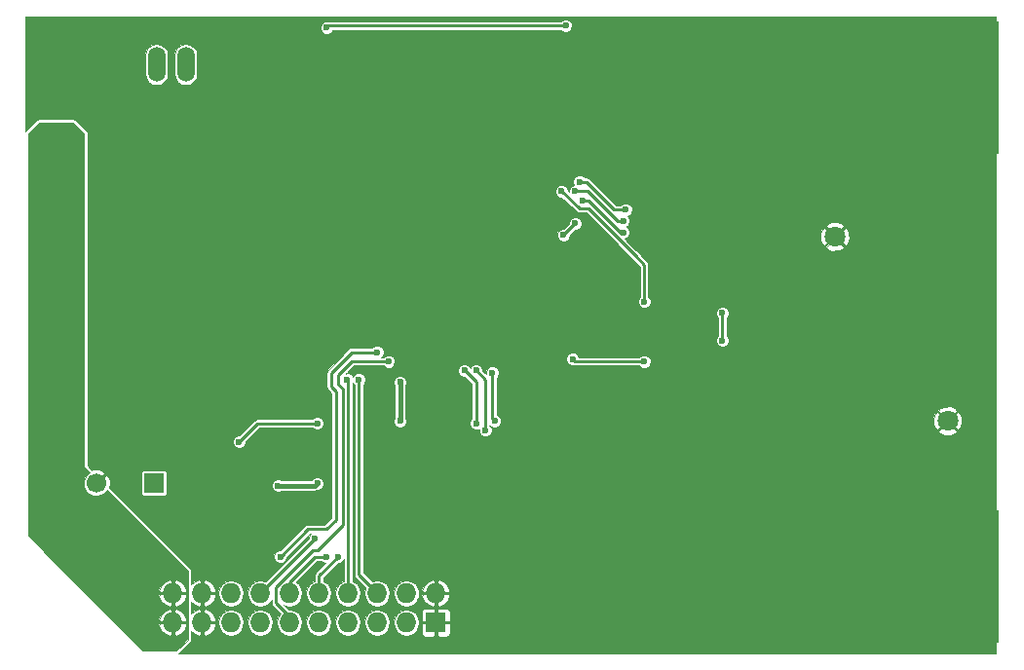
<source format=gbl>
G04 #@! TF.FileFunction,Copper,L2,Bot,Signal*
%FSLAX46Y46*%
G04 Gerber Fmt 4.6, Leading zero omitted, Abs format (unit mm)*
G04 Created by KiCad (PCBNEW 4.0.0-rc1-stable) date 10/1/2015 4:54:29 PM*
%MOMM*%
G01*
G04 APERTURE LIST*
%ADD10C,0.100000*%
%ADD11R,1.727200X1.727200*%
%ADD12O,1.727200X1.727200*%
%ADD13O,1.506220X3.014980*%
%ADD14R,5.000000X11.500000*%
%ADD15C,1.800000*%
%ADD16C,1.700000*%
%ADD17R,1.700000X1.700000*%
%ADD18C,0.600000*%
%ADD19C,0.250000*%
%ADD20C,0.400000*%
G04 APERTURE END LIST*
D10*
D11*
X149500000Y-135500000D03*
D12*
X149500000Y-132960000D03*
X146960000Y-135500000D03*
X146960000Y-132960000D03*
X144420000Y-135500000D03*
X144420000Y-132960000D03*
X141880000Y-135500000D03*
X141880000Y-132960000D03*
X139340000Y-135500000D03*
X139340000Y-132960000D03*
X136800000Y-135500000D03*
X136800000Y-132960000D03*
X134260000Y-135500000D03*
X134260000Y-132960000D03*
X131720000Y-135500000D03*
X131720000Y-132960000D03*
X129180000Y-135500000D03*
X129180000Y-132960000D03*
X126640000Y-135500000D03*
X126640000Y-132960000D03*
D13*
X127770000Y-87000000D03*
X125230000Y-87000000D03*
D14*
X196000000Y-131500000D03*
X196000000Y-89000000D03*
D15*
X193970000Y-117990000D03*
X184170000Y-101940000D03*
D16*
X120000000Y-123400000D03*
D17*
X125000000Y-123400000D03*
D18*
X132000000Y-107500000D03*
X135100000Y-107500000D03*
X135100000Y-110500000D03*
X132900000Y-116700000D03*
X132000000Y-110500000D03*
X133200000Y-111900000D03*
X119800000Y-100900000D03*
X119800000Y-99100000D03*
X119800000Y-97300000D03*
X119800000Y-95300000D03*
X165800000Y-109400000D03*
X165800000Y-106400000D03*
X151800000Y-90600000D03*
X154600000Y-88400000D03*
X136000000Y-120800000D03*
X135600000Y-116800000D03*
X135800000Y-113800000D03*
X139000000Y-114600000D03*
X139000000Y-110000000D03*
X139000000Y-105000000D03*
X141000000Y-100600000D03*
X144000000Y-97600000D03*
X147000000Y-94600000D03*
X149600000Y-92000000D03*
X149600000Y-89000000D03*
X147000000Y-126000000D03*
X144400000Y-130000000D03*
X179000000Y-84000000D03*
X163500000Y-84500000D03*
X169400000Y-84000000D03*
X157500000Y-98000000D03*
X150500000Y-98000000D03*
X158000000Y-91000000D03*
X158000000Y-89500000D03*
X158000000Y-88000000D03*
X171000000Y-98500000D03*
X177000000Y-99500000D03*
X177000000Y-108500000D03*
X192500000Y-114000000D03*
X193000000Y-104500000D03*
X182500000Y-106000000D03*
X183000000Y-116000000D03*
X115000000Y-90500000D03*
X122500000Y-84500000D03*
X134000000Y-84000000D03*
X138500000Y-91500000D03*
X131000000Y-88500000D03*
X131000000Y-95500000D03*
X128500000Y-104500000D03*
X128500000Y-107500000D03*
X128500000Y-110500000D03*
X130000000Y-119500000D03*
X122000000Y-114000000D03*
X137000000Y-99500000D03*
X139500000Y-97000000D03*
X142000000Y-94500000D03*
X144500000Y-92000000D03*
X145500000Y-89000000D03*
X148500000Y-112000000D03*
X149500000Y-102000000D03*
X158500000Y-105500000D03*
X156000000Y-127000000D03*
X161000000Y-132000000D03*
X170000000Y-137000000D03*
X161500000Y-137000000D03*
X155000000Y-137000000D03*
X132500000Y-126000000D03*
X134000000Y-130000000D03*
X186500000Y-127500000D03*
X188500000Y-129500000D03*
X184500000Y-129500000D03*
X182000000Y-128000000D03*
X178500000Y-128000000D03*
X175500000Y-128000000D03*
X172500000Y-128000000D03*
X169500000Y-128000000D03*
X167500000Y-126000000D03*
X165500000Y-124000000D03*
X163500000Y-122000000D03*
X161500000Y-120000000D03*
X159500000Y-118000000D03*
X193000000Y-133000000D03*
X190000000Y-133000000D03*
X186000000Y-133000000D03*
X182000000Y-132000000D03*
X178000000Y-131000000D03*
X174000000Y-131000000D03*
X170000000Y-131000000D03*
X157000000Y-120000000D03*
X156000000Y-118000000D03*
X158500000Y-121500000D03*
X161000000Y-124000000D03*
X164000000Y-127000000D03*
X166500000Y-129500000D03*
X167600000Y-102800000D03*
X156200000Y-114400000D03*
X157600000Y-114400000D03*
X159000000Y-114400000D03*
X159800000Y-115400000D03*
X160000000Y-116800000D03*
X165800000Y-96200000D03*
X164600000Y-90200000D03*
X162800000Y-90200000D03*
X162000000Y-91600000D03*
X162000000Y-93200000D03*
X162600000Y-94800000D03*
X162600000Y-96400000D03*
X171800000Y-121800000D03*
X171600000Y-117600000D03*
X179200000Y-121800000D03*
X174000000Y-121600000D03*
X164800000Y-114000000D03*
X165800000Y-112000000D03*
X163400000Y-111800000D03*
X161800000Y-108600000D03*
X161800000Y-107000000D03*
X161800000Y-105400000D03*
X196000000Y-96000000D03*
X180000000Y-96000000D03*
X182000000Y-99000000D03*
X185000000Y-96000000D03*
X188000000Y-96000000D03*
X192000000Y-96000000D03*
X192000000Y-93000000D03*
X192000000Y-91000000D03*
X166000000Y-94000000D03*
X169000000Y-94000000D03*
X173000000Y-94000000D03*
X177000000Y-94000000D03*
X181000000Y-93000000D03*
X184000000Y-91000000D03*
X188000000Y-91000000D03*
X186000000Y-93000000D03*
X166000000Y-91000000D03*
X169000000Y-91000000D03*
X173000000Y-91000000D03*
X177000000Y-91000000D03*
X180000000Y-89000000D03*
X183000000Y-87000000D03*
X187000000Y-87000000D03*
X192000000Y-87000000D03*
X192000000Y-84000000D03*
X185000000Y-84000000D03*
X194000000Y-124000000D03*
X197000000Y-124000000D03*
X192000000Y-130000000D03*
X192000000Y-126000000D03*
X188000000Y-124000000D03*
X184000000Y-124000000D03*
X180000000Y-124000000D03*
X177000000Y-126000000D03*
X193000000Y-136000000D03*
X180000000Y-137000000D03*
X162000000Y-97200000D03*
X160800000Y-83600000D03*
X140000000Y-83800000D03*
X166000000Y-99600000D03*
X174400000Y-111000000D03*
X174400000Y-108600000D03*
X132400000Y-119800000D03*
X139200000Y-118200000D03*
X146400000Y-118000000D03*
X146400000Y-114600000D03*
X162300000Y-98800000D03*
X165800000Y-101600000D03*
X160400000Y-98000000D03*
X167600000Y-107600000D03*
X161600000Y-98000000D03*
X165800000Y-100600000D03*
X160600000Y-101800000D03*
X161600000Y-100800000D03*
X153800000Y-118800000D03*
X153000000Y-113600000D03*
X153000000Y-118200000D03*
X152000000Y-113600000D03*
X135800000Y-123600000D03*
X139200000Y-123400000D03*
X116000000Y-97500000D03*
X115500000Y-93000000D03*
X114500000Y-94500000D03*
X116000000Y-94500000D03*
X116000000Y-96000000D03*
X114500000Y-96000000D03*
X114500000Y-97500000D03*
X167600000Y-112800000D03*
X161400000Y-112600000D03*
X154400000Y-113800000D03*
X154600000Y-118000000D03*
X142800000Y-114400000D03*
X141800000Y-114400000D03*
X141000000Y-129800000D03*
X145400000Y-112800000D03*
X140000000Y-129800000D03*
X136000000Y-129800000D03*
X144400000Y-112000000D03*
X139000000Y-128200000D03*
D19*
X132000000Y-107500000D02*
X132000000Y-106900000D01*
X135100000Y-110500000D02*
X135100000Y-107500000D01*
X132700000Y-116500000D02*
X132700000Y-116200000D01*
X132900000Y-116700000D02*
X132700000Y-116500000D01*
X132200000Y-110500000D02*
X132000000Y-110500000D01*
X133200000Y-111900000D02*
X132200000Y-110500000D01*
X119800000Y-100900000D02*
X119800000Y-99100000D01*
X119800000Y-97300000D02*
X119800000Y-95300000D01*
X165800000Y-109400000D02*
X165800000Y-106400000D01*
X152400000Y-90600000D02*
X151800000Y-90600000D01*
X154600000Y-88400000D02*
X152400000Y-90600000D01*
X136000000Y-120800000D02*
X136000000Y-121200000D01*
X139000000Y-110000000D02*
X139000000Y-110600000D01*
X135000000Y-116200000D02*
X135000000Y-115800000D01*
X135600000Y-116800000D02*
X135000000Y-116200000D01*
X139000000Y-110600000D02*
X135800000Y-113800000D01*
X139000000Y-110000000D02*
X139000000Y-114600000D01*
X139000000Y-110000000D02*
X139000000Y-112600000D01*
X139000000Y-102600000D02*
X139000000Y-105000000D01*
X141000000Y-100600000D02*
X139000000Y-102600000D01*
X147000000Y-94600000D02*
X144000000Y-97600000D01*
X149600000Y-89000000D02*
X149600000Y-92000000D01*
X147000000Y-127400000D02*
X147000000Y-126000000D01*
X144400000Y-130000000D02*
X147000000Y-127400000D01*
X185000000Y-84000000D02*
X179000000Y-84000000D01*
X169000000Y-91000000D02*
X169000000Y-85500000D01*
X164500000Y-85500000D02*
X164500000Y-86000000D01*
X163500000Y-84500000D02*
X164500000Y-85500000D01*
X169000000Y-85500000D02*
X169400000Y-84000000D01*
X157500000Y-98000000D02*
X157500000Y-96500000D01*
X151000000Y-98000000D02*
X150500000Y-98000000D01*
X158000000Y-91000000D02*
X151000000Y-98000000D01*
X158000000Y-88000000D02*
X158000000Y-89500000D01*
X182500000Y-106000000D02*
X179500000Y-106000000D01*
X176000000Y-98500000D02*
X171000000Y-98500000D01*
X177000000Y-99500000D02*
X176000000Y-98500000D01*
X179500000Y-106000000D02*
X177000000Y-108500000D01*
X192500000Y-105000000D02*
X192500000Y-114000000D01*
X193000000Y-104500000D02*
X192500000Y-105000000D01*
X182500000Y-115500000D02*
X182500000Y-106000000D01*
X183000000Y-116000000D02*
X182500000Y-115500000D01*
X115000000Y-90500000D02*
X115000000Y-90000000D01*
X123000000Y-84000000D02*
X122500000Y-84500000D01*
X134000000Y-84000000D02*
X123000000Y-84000000D01*
X134000000Y-91500000D02*
X138500000Y-91500000D01*
X131000000Y-88500000D02*
X134000000Y-91500000D01*
X131000000Y-102000000D02*
X131000000Y-95500000D01*
X128500000Y-104500000D02*
X131000000Y-102000000D01*
X128500000Y-110500000D02*
X128500000Y-107500000D01*
X127500000Y-119500000D02*
X130000000Y-119500000D01*
X122000000Y-114000000D02*
X127500000Y-119500000D01*
X142000000Y-94500000D02*
X139500000Y-97000000D01*
X144500000Y-90000000D02*
X144500000Y-92000000D01*
X145500000Y-89000000D02*
X144500000Y-90000000D01*
X161800000Y-107000000D02*
X160000000Y-107000000D01*
X148500000Y-103000000D02*
X148500000Y-112000000D01*
X149500000Y-102000000D02*
X148500000Y-103000000D01*
X160000000Y-107000000D02*
X158500000Y-105500000D01*
X149500000Y-132960000D02*
X150960000Y-132960000D01*
X161000000Y-132000000D02*
X156000000Y-127000000D01*
X161500000Y-137000000D02*
X170000000Y-137000000D01*
X150960000Y-132960000D02*
X155000000Y-137000000D01*
X132500000Y-128500000D02*
X132500000Y-126000000D01*
X134000000Y-130000000D02*
X132500000Y-128500000D01*
X160000000Y-116800000D02*
X160000000Y-117500000D01*
X188500000Y-129500000D02*
X186500000Y-127500000D01*
X183000000Y-128000000D02*
X184500000Y-129500000D01*
X182000000Y-128000000D02*
X183000000Y-128000000D01*
X175500000Y-128000000D02*
X178500000Y-128000000D01*
X169500000Y-128000000D02*
X172500000Y-128000000D01*
X165500000Y-124000000D02*
X167500000Y-126000000D01*
X161500000Y-120000000D02*
X163500000Y-122000000D01*
X160000000Y-117500000D02*
X159500000Y-118000000D01*
X170000000Y-131000000D02*
X168000000Y-131000000D01*
X190000000Y-133000000D02*
X193000000Y-133000000D01*
X183000000Y-133000000D02*
X186000000Y-133000000D01*
X182000000Y-132000000D02*
X183000000Y-133000000D01*
X174000000Y-131000000D02*
X178000000Y-131000000D01*
X156000000Y-118000000D02*
X157000000Y-120000000D01*
X157000000Y-120000000D02*
X157000000Y-120000000D01*
X158500000Y-121500000D02*
X157000000Y-120000000D01*
X164000000Y-127000000D02*
X161000000Y-124000000D01*
X168000000Y-131000000D02*
X166500000Y-129500000D01*
X167600000Y-102800000D02*
X168200000Y-102800000D01*
X156200000Y-114400000D02*
X157600000Y-114400000D01*
X159000000Y-114400000D02*
X159800000Y-115200000D01*
X159800000Y-115200000D02*
X159800000Y-115400000D01*
X160000000Y-116800000D02*
X160400000Y-117200000D01*
X160400000Y-117200000D02*
X160400000Y-117400000D01*
X165800000Y-96200000D02*
X166400000Y-96200000D01*
X162800000Y-90200000D02*
X164600000Y-90200000D01*
X162000000Y-93200000D02*
X162000000Y-91600000D01*
X162600000Y-96400000D02*
X162600000Y-94800000D01*
X171800000Y-117800000D02*
X171800000Y-121800000D01*
X171600000Y-117600000D02*
X171800000Y-117800000D01*
X179200000Y-121800000D02*
X179800000Y-121800000D01*
X174000000Y-121600000D02*
X174000000Y-120800000D01*
X164800000Y-114000000D02*
X165400000Y-114000000D01*
X163600000Y-111600000D02*
X165800000Y-112000000D01*
X163400000Y-111800000D02*
X163600000Y-111600000D01*
X161800000Y-108600000D02*
X162400000Y-108600000D01*
X161800000Y-105400000D02*
X161800000Y-107000000D01*
X192000000Y-96000000D02*
X196000000Y-96000000D01*
X180000000Y-96000000D02*
X180000000Y-97000000D01*
X180000000Y-97000000D02*
X182000000Y-99000000D01*
X185000000Y-96000000D02*
X188000000Y-96000000D01*
X192000000Y-96000000D02*
X192000000Y-93000000D01*
X192000000Y-91000000D02*
X193000000Y-91000000D01*
X166000000Y-94000000D02*
X169000000Y-94000000D01*
X173000000Y-94000000D02*
X177000000Y-94000000D01*
X181000000Y-93000000D02*
X182000000Y-93000000D01*
X182000000Y-93000000D02*
X184000000Y-91000000D01*
X188000000Y-91000000D02*
X186000000Y-93000000D01*
X166000000Y-91000000D02*
X169000000Y-91000000D01*
X173000000Y-91000000D02*
X177000000Y-91000000D01*
X180000000Y-89000000D02*
X182000000Y-87000000D01*
X182000000Y-87000000D02*
X183000000Y-87000000D01*
X187000000Y-87000000D02*
X192000000Y-87000000D01*
X192000000Y-84000000D02*
X185000000Y-84000000D01*
X194000000Y-124000000D02*
X197000000Y-124000000D01*
X192000000Y-130000000D02*
X192000000Y-126000000D01*
X188000000Y-124000000D02*
X184000000Y-124000000D01*
X180000000Y-124000000D02*
X178000000Y-126000000D01*
X178000000Y-126000000D02*
X177000000Y-126000000D01*
X193000000Y-136000000D02*
X192000000Y-137000000D01*
X192000000Y-137000000D02*
X180000000Y-137000000D01*
X166000000Y-99600000D02*
X165000000Y-99600000D01*
X162600000Y-97200000D02*
X162000000Y-97200000D01*
X165000000Y-99600000D02*
X162600000Y-97200000D01*
X160800000Y-83600000D02*
X140200000Y-83600000D01*
X140200000Y-83600000D02*
X140000000Y-83800000D01*
X174400000Y-111000000D02*
X174400000Y-108600000D01*
X134000000Y-118200000D02*
X132400000Y-119800000D01*
X139200000Y-118200000D02*
X134000000Y-118200000D01*
D20*
X146400000Y-118000000D02*
X146400000Y-114600000D01*
D19*
X162800000Y-98800000D02*
X162300000Y-98800000D01*
X162800000Y-98800000D02*
X165600000Y-101600000D01*
X165600000Y-101600000D02*
X165800000Y-101600000D01*
X166800000Y-103600000D02*
X167600000Y-104400000D01*
X162000000Y-99500000D02*
X162800000Y-99500000D01*
X162800000Y-99500000D02*
X166800000Y-103600000D01*
X160400000Y-98000000D02*
X162000000Y-99500000D01*
X167600000Y-104400000D02*
X167600000Y-107600000D01*
X165800000Y-100600000D02*
X165300000Y-100600000D01*
X165300000Y-100600000D02*
X162700000Y-98000000D01*
X162700000Y-98000000D02*
X162300000Y-98000000D01*
X161600000Y-98000000D02*
X162300000Y-98000000D01*
X161600000Y-100800000D02*
X160600000Y-101800000D01*
X153800000Y-118800000D02*
X153800000Y-116800000D01*
X153800000Y-114400000D02*
X153000000Y-113600000D01*
X153800000Y-116800000D02*
X153800000Y-114400000D01*
X153000000Y-118200000D02*
X153000000Y-114600000D01*
X153000000Y-114600000D02*
X152000000Y-113600000D01*
D20*
X139000000Y-123600000D02*
X135800000Y-123600000D01*
X139200000Y-123400000D02*
X139000000Y-123600000D01*
X116000000Y-97500000D02*
X116000000Y-97000000D01*
X115500000Y-93000000D02*
X114500000Y-94000000D01*
X114500000Y-94000000D02*
X114500000Y-94500000D01*
X116000000Y-94500000D02*
X116000000Y-96000000D01*
X114500000Y-96000000D02*
X114500000Y-97500000D01*
D19*
X161400000Y-112600000D02*
X161600000Y-112800000D01*
X161600000Y-112800000D02*
X167600000Y-112800000D01*
X154400000Y-117800000D02*
X154400000Y-113800000D01*
X154600000Y-118000000D02*
X154400000Y-117800000D01*
X142800000Y-114400000D02*
X142800000Y-131340000D01*
X142800000Y-131340000D02*
X144420000Y-132960000D01*
X141800000Y-114400000D02*
X141880000Y-114480000D01*
X141880000Y-114480000D02*
X141880000Y-132960000D01*
X139340000Y-132960000D02*
X139340000Y-131460000D01*
X139340000Y-131460000D02*
X141000000Y-129800000D01*
X142200000Y-112800000D02*
X145400000Y-112800000D01*
X141000000Y-114000000D02*
X142200000Y-112800000D01*
X141000000Y-114800000D02*
X141000000Y-114000000D01*
X141400000Y-115200000D02*
X141000000Y-114800000D01*
X141400000Y-127000000D02*
X141400000Y-115200000D01*
X139200000Y-129200000D02*
X141400000Y-127000000D01*
X138800000Y-129200000D02*
X139200000Y-129200000D01*
X135600000Y-132400000D02*
X138800000Y-129200000D01*
X135600000Y-133800000D02*
X135600000Y-132400000D01*
X136800000Y-135000000D02*
X135600000Y-133800000D01*
X136800000Y-135500000D02*
X136800000Y-135000000D01*
X136800000Y-132960000D02*
X136800000Y-132000000D01*
X139000000Y-129800000D02*
X140000000Y-129800000D01*
X136800000Y-132000000D02*
X139000000Y-129800000D01*
X136840000Y-132960000D02*
X136800000Y-132960000D01*
X138400000Y-127400000D02*
X140000000Y-127400000D01*
X136000000Y-129800000D02*
X138400000Y-127400000D01*
X142200000Y-112000000D02*
X144400000Y-112000000D01*
X140400000Y-113800000D02*
X142200000Y-112000000D01*
X140400000Y-115000000D02*
X140400000Y-113800000D01*
X140800000Y-115400000D02*
X140400000Y-115000000D01*
X140800000Y-126600000D02*
X140800000Y-115400000D01*
X140000000Y-127400000D02*
X140800000Y-126600000D01*
X134260000Y-135500000D02*
X134260000Y-134940000D01*
X137820000Y-129400000D02*
X137820000Y-129380000D01*
X137820000Y-129380000D02*
X139000000Y-128200000D01*
X137820000Y-129400000D02*
X134260000Y-132960000D01*
D10*
G36*
X118950000Y-93020710D02*
X118950000Y-122000000D01*
X118953939Y-122019453D01*
X118964645Y-122035355D01*
X119390804Y-122461514D01*
X119377714Y-122466922D01*
X119068009Y-122776087D01*
X118900192Y-123180237D01*
X118899810Y-123617844D01*
X119066922Y-124022286D01*
X119376087Y-124331991D01*
X119780237Y-124499808D01*
X120217844Y-124500190D01*
X120622286Y-124333078D01*
X120931991Y-124023913D01*
X120938215Y-124008925D01*
X127950000Y-131020710D01*
X127950000Y-136979290D01*
X126979290Y-137950000D01*
X124020710Y-137950000D01*
X121863838Y-135793128D01*
X125454080Y-135793128D01*
X125656528Y-136224647D01*
X126008701Y-136545845D01*
X126346874Y-136685910D01*
X126536000Y-136627313D01*
X126536000Y-135604000D01*
X126744000Y-135604000D01*
X126744000Y-136627313D01*
X126933126Y-136685910D01*
X127271299Y-136545845D01*
X127623472Y-136224647D01*
X127825920Y-135793128D01*
X127767675Y-135604000D01*
X126744000Y-135604000D01*
X126536000Y-135604000D01*
X125512325Y-135604000D01*
X125454080Y-135793128D01*
X121863838Y-135793128D01*
X121277582Y-135206872D01*
X125454080Y-135206872D01*
X125512325Y-135396000D01*
X126536000Y-135396000D01*
X126536000Y-134372687D01*
X126744000Y-134372687D01*
X126744000Y-135396000D01*
X127767675Y-135396000D01*
X127825920Y-135206872D01*
X127623472Y-134775353D01*
X127271299Y-134454155D01*
X126933126Y-134314090D01*
X126744000Y-134372687D01*
X126536000Y-134372687D01*
X126346874Y-134314090D01*
X126008701Y-134454155D01*
X125656528Y-134775353D01*
X125454080Y-135206872D01*
X121277582Y-135206872D01*
X119323838Y-133253128D01*
X125454080Y-133253128D01*
X125656528Y-133684647D01*
X126008701Y-134005845D01*
X126346874Y-134145910D01*
X126536000Y-134087313D01*
X126536000Y-133064000D01*
X126744000Y-133064000D01*
X126744000Y-134087313D01*
X126933126Y-134145910D01*
X127271299Y-134005845D01*
X127623472Y-133684647D01*
X127825920Y-133253128D01*
X127767675Y-133064000D01*
X126744000Y-133064000D01*
X126536000Y-133064000D01*
X125512325Y-133064000D01*
X125454080Y-133253128D01*
X119323838Y-133253128D01*
X118737582Y-132666872D01*
X125454080Y-132666872D01*
X125512325Y-132856000D01*
X126536000Y-132856000D01*
X126536000Y-131832687D01*
X126744000Y-131832687D01*
X126744000Y-132856000D01*
X127767675Y-132856000D01*
X127825920Y-132666872D01*
X127623472Y-132235353D01*
X127271299Y-131914155D01*
X126933126Y-131774090D01*
X126744000Y-131832687D01*
X126536000Y-131832687D01*
X126346874Y-131774090D01*
X126008701Y-131914155D01*
X125656528Y-132235353D01*
X125454080Y-132666872D01*
X118737582Y-132666872D01*
X114050000Y-127979290D01*
X114050000Y-93020710D01*
X115020710Y-92050000D01*
X117979290Y-92050000D01*
X118950000Y-93020710D01*
X118950000Y-93020710D01*
G37*
X118950000Y-93020710D02*
X118950000Y-122000000D01*
X118953939Y-122019453D01*
X118964645Y-122035355D01*
X119390804Y-122461514D01*
X119377714Y-122466922D01*
X119068009Y-122776087D01*
X118900192Y-123180237D01*
X118899810Y-123617844D01*
X119066922Y-124022286D01*
X119376087Y-124331991D01*
X119780237Y-124499808D01*
X120217844Y-124500190D01*
X120622286Y-124333078D01*
X120931991Y-124023913D01*
X120938215Y-124008925D01*
X127950000Y-131020710D01*
X127950000Y-136979290D01*
X126979290Y-137950000D01*
X124020710Y-137950000D01*
X121863838Y-135793128D01*
X125454080Y-135793128D01*
X125656528Y-136224647D01*
X126008701Y-136545845D01*
X126346874Y-136685910D01*
X126536000Y-136627313D01*
X126536000Y-135604000D01*
X126744000Y-135604000D01*
X126744000Y-136627313D01*
X126933126Y-136685910D01*
X127271299Y-136545845D01*
X127623472Y-136224647D01*
X127825920Y-135793128D01*
X127767675Y-135604000D01*
X126744000Y-135604000D01*
X126536000Y-135604000D01*
X125512325Y-135604000D01*
X125454080Y-135793128D01*
X121863838Y-135793128D01*
X121277582Y-135206872D01*
X125454080Y-135206872D01*
X125512325Y-135396000D01*
X126536000Y-135396000D01*
X126536000Y-134372687D01*
X126744000Y-134372687D01*
X126744000Y-135396000D01*
X127767675Y-135396000D01*
X127825920Y-135206872D01*
X127623472Y-134775353D01*
X127271299Y-134454155D01*
X126933126Y-134314090D01*
X126744000Y-134372687D01*
X126536000Y-134372687D01*
X126346874Y-134314090D01*
X126008701Y-134454155D01*
X125656528Y-134775353D01*
X125454080Y-135206872D01*
X121277582Y-135206872D01*
X119323838Y-133253128D01*
X125454080Y-133253128D01*
X125656528Y-133684647D01*
X126008701Y-134005845D01*
X126346874Y-134145910D01*
X126536000Y-134087313D01*
X126536000Y-133064000D01*
X126744000Y-133064000D01*
X126744000Y-134087313D01*
X126933126Y-134145910D01*
X127271299Y-134005845D01*
X127623472Y-133684647D01*
X127825920Y-133253128D01*
X127767675Y-133064000D01*
X126744000Y-133064000D01*
X126536000Y-133064000D01*
X125512325Y-133064000D01*
X125454080Y-133253128D01*
X119323838Y-133253128D01*
X118737582Y-132666872D01*
X125454080Y-132666872D01*
X125512325Y-132856000D01*
X126536000Y-132856000D01*
X126536000Y-131832687D01*
X126744000Y-131832687D01*
X126744000Y-132856000D01*
X127767675Y-132856000D01*
X127825920Y-132666872D01*
X127623472Y-132235353D01*
X127271299Y-131914155D01*
X126933126Y-131774090D01*
X126744000Y-131832687D01*
X126536000Y-131832687D01*
X126346874Y-131774090D01*
X126008701Y-131914155D01*
X125656528Y-132235353D01*
X125454080Y-132666872D01*
X118737582Y-132666872D01*
X114050000Y-127979290D01*
X114050000Y-93020710D01*
X115020710Y-92050000D01*
X117979290Y-92050000D01*
X118950000Y-93020710D01*
G36*
X198200000Y-138200000D02*
X127141760Y-138200000D01*
X127176777Y-138176777D01*
X128176777Y-137176777D01*
X128230304Y-137097264D01*
X128250000Y-137000000D01*
X128250000Y-136273416D01*
X128548701Y-136545845D01*
X128886874Y-136685910D01*
X129076000Y-136627313D01*
X129076000Y-135604000D01*
X129284000Y-135604000D01*
X129284000Y-136627313D01*
X129473126Y-136685910D01*
X129811299Y-136545845D01*
X130163472Y-136224647D01*
X130365920Y-135793128D01*
X130307675Y-135604000D01*
X129284000Y-135604000D01*
X129076000Y-135604000D01*
X129056000Y-135604000D01*
X129056000Y-135478183D01*
X130606400Y-135478183D01*
X130606400Y-135521817D01*
X130691168Y-135947973D01*
X130932566Y-136309251D01*
X131293844Y-136550649D01*
X131720000Y-136635417D01*
X132146156Y-136550649D01*
X132507434Y-136309251D01*
X132748832Y-135947973D01*
X132833600Y-135521817D01*
X132833600Y-135478183D01*
X133146400Y-135478183D01*
X133146400Y-135521817D01*
X133231168Y-135947973D01*
X133472566Y-136309251D01*
X133833844Y-136550649D01*
X134260000Y-136635417D01*
X134686156Y-136550649D01*
X135047434Y-136309251D01*
X135288832Y-135947973D01*
X135373600Y-135521817D01*
X135373600Y-135478183D01*
X135288832Y-135052027D01*
X135047434Y-134690749D01*
X134686156Y-134449351D01*
X134260000Y-134364583D01*
X133833844Y-134449351D01*
X133472566Y-134690749D01*
X133231168Y-135052027D01*
X133146400Y-135478183D01*
X132833600Y-135478183D01*
X132748832Y-135052027D01*
X132507434Y-134690749D01*
X132146156Y-134449351D01*
X131720000Y-134364583D01*
X131293844Y-134449351D01*
X130932566Y-134690749D01*
X130691168Y-135052027D01*
X130606400Y-135478183D01*
X129056000Y-135478183D01*
X129056000Y-135396000D01*
X129076000Y-135396000D01*
X129076000Y-134372687D01*
X129284000Y-134372687D01*
X129284000Y-135396000D01*
X130307675Y-135396000D01*
X130365920Y-135206872D01*
X130163472Y-134775353D01*
X129811299Y-134454155D01*
X129473126Y-134314090D01*
X129284000Y-134372687D01*
X129076000Y-134372687D01*
X128886874Y-134314090D01*
X128548701Y-134454155D01*
X128250000Y-134726584D01*
X128250000Y-133733416D01*
X128548701Y-134005845D01*
X128886874Y-134145910D01*
X129076000Y-134087313D01*
X129076000Y-133064000D01*
X129284000Y-133064000D01*
X129284000Y-134087313D01*
X129473126Y-134145910D01*
X129811299Y-134005845D01*
X130163472Y-133684647D01*
X130365920Y-133253128D01*
X130307675Y-133064000D01*
X129284000Y-133064000D01*
X129076000Y-133064000D01*
X129056000Y-133064000D01*
X129056000Y-132938183D01*
X130606400Y-132938183D01*
X130606400Y-132981817D01*
X130691168Y-133407973D01*
X130932566Y-133769251D01*
X131293844Y-134010649D01*
X131720000Y-134095417D01*
X132146156Y-134010649D01*
X132507434Y-133769251D01*
X132748832Y-133407973D01*
X132833600Y-132981817D01*
X132833600Y-132938183D01*
X133146400Y-132938183D01*
X133146400Y-132981817D01*
X133231168Y-133407973D01*
X133472566Y-133769251D01*
X133833844Y-134010649D01*
X134260000Y-134095417D01*
X134686156Y-134010649D01*
X135047434Y-133769251D01*
X135225000Y-133503504D01*
X135225000Y-133800000D01*
X135253545Y-133943507D01*
X135334835Y-134065165D01*
X135991679Y-134722009D01*
X135771168Y-135052027D01*
X135686400Y-135478183D01*
X135686400Y-135521817D01*
X135771168Y-135947973D01*
X136012566Y-136309251D01*
X136373844Y-136550649D01*
X136800000Y-136635417D01*
X137226156Y-136550649D01*
X137587434Y-136309251D01*
X137828832Y-135947973D01*
X137913600Y-135521817D01*
X137913600Y-135478183D01*
X138226400Y-135478183D01*
X138226400Y-135521817D01*
X138311168Y-135947973D01*
X138552566Y-136309251D01*
X138913844Y-136550649D01*
X139340000Y-136635417D01*
X139766156Y-136550649D01*
X140127434Y-136309251D01*
X140368832Y-135947973D01*
X140453600Y-135521817D01*
X140453600Y-135478183D01*
X140766400Y-135478183D01*
X140766400Y-135521817D01*
X140851168Y-135947973D01*
X141092566Y-136309251D01*
X141453844Y-136550649D01*
X141880000Y-136635417D01*
X142306156Y-136550649D01*
X142667434Y-136309251D01*
X142908832Y-135947973D01*
X142993600Y-135521817D01*
X142993600Y-135478183D01*
X143306400Y-135478183D01*
X143306400Y-135521817D01*
X143391168Y-135947973D01*
X143632566Y-136309251D01*
X143993844Y-136550649D01*
X144420000Y-136635417D01*
X144846156Y-136550649D01*
X145207434Y-136309251D01*
X145448832Y-135947973D01*
X145533600Y-135521817D01*
X145533600Y-135478183D01*
X145846400Y-135478183D01*
X145846400Y-135521817D01*
X145931168Y-135947973D01*
X146172566Y-136309251D01*
X146533844Y-136550649D01*
X146960000Y-136635417D01*
X147386156Y-136550649D01*
X147747434Y-136309251D01*
X147988832Y-135947973D01*
X148039450Y-135693500D01*
X148278400Y-135693500D01*
X148278400Y-136434811D01*
X148332902Y-136566391D01*
X148433610Y-136667098D01*
X148565190Y-136721600D01*
X149306500Y-136721600D01*
X149396000Y-136632100D01*
X149396000Y-135604000D01*
X149604000Y-135604000D01*
X149604000Y-136632100D01*
X149693500Y-136721600D01*
X150434810Y-136721600D01*
X150566390Y-136667098D01*
X150667098Y-136566391D01*
X150721600Y-136434811D01*
X150721600Y-135693500D01*
X150632100Y-135604000D01*
X149604000Y-135604000D01*
X149396000Y-135604000D01*
X148367900Y-135604000D01*
X148278400Y-135693500D01*
X148039450Y-135693500D01*
X148073600Y-135521817D01*
X148073600Y-135478183D01*
X147988832Y-135052027D01*
X147747434Y-134690749D01*
X147559520Y-134565189D01*
X148278400Y-134565189D01*
X148278400Y-135306500D01*
X148367900Y-135396000D01*
X149396000Y-135396000D01*
X149396000Y-134367900D01*
X149604000Y-134367900D01*
X149604000Y-135396000D01*
X150632100Y-135396000D01*
X150721600Y-135306500D01*
X150721600Y-134565189D01*
X150667098Y-134433609D01*
X150566390Y-134332902D01*
X150434810Y-134278400D01*
X149693500Y-134278400D01*
X149604000Y-134367900D01*
X149396000Y-134367900D01*
X149306500Y-134278400D01*
X148565190Y-134278400D01*
X148433610Y-134332902D01*
X148332902Y-134433609D01*
X148278400Y-134565189D01*
X147559520Y-134565189D01*
X147386156Y-134449351D01*
X146960000Y-134364583D01*
X146533844Y-134449351D01*
X146172566Y-134690749D01*
X145931168Y-135052027D01*
X145846400Y-135478183D01*
X145533600Y-135478183D01*
X145448832Y-135052027D01*
X145207434Y-134690749D01*
X144846156Y-134449351D01*
X144420000Y-134364583D01*
X143993844Y-134449351D01*
X143632566Y-134690749D01*
X143391168Y-135052027D01*
X143306400Y-135478183D01*
X142993600Y-135478183D01*
X142908832Y-135052027D01*
X142667434Y-134690749D01*
X142306156Y-134449351D01*
X141880000Y-134364583D01*
X141453844Y-134449351D01*
X141092566Y-134690749D01*
X140851168Y-135052027D01*
X140766400Y-135478183D01*
X140453600Y-135478183D01*
X140368832Y-135052027D01*
X140127434Y-134690749D01*
X139766156Y-134449351D01*
X139340000Y-134364583D01*
X138913844Y-134449351D01*
X138552566Y-134690749D01*
X138311168Y-135052027D01*
X138226400Y-135478183D01*
X137913600Y-135478183D01*
X137828832Y-135052027D01*
X137587434Y-134690749D01*
X137226156Y-134449351D01*
X136800000Y-134364583D01*
X136712348Y-134382018D01*
X136274800Y-133944470D01*
X136373844Y-134010649D01*
X136800000Y-134095417D01*
X137226156Y-134010649D01*
X137587434Y-133769251D01*
X137828832Y-133407973D01*
X137913600Y-132981817D01*
X137913600Y-132938183D01*
X137828832Y-132512027D01*
X137587434Y-132150749D01*
X137342944Y-131987386D01*
X139155330Y-130175000D01*
X139597207Y-130175000D01*
X139688043Y-130265995D01*
X139890118Y-130349904D01*
X139919740Y-130349930D01*
X139074835Y-131194835D01*
X138993545Y-131316493D01*
X138993545Y-131316494D01*
X138965000Y-131460000D01*
X138965000Y-131899175D01*
X138913844Y-131909351D01*
X138552566Y-132150749D01*
X138311168Y-132512027D01*
X138226400Y-132938183D01*
X138226400Y-132981817D01*
X138311168Y-133407973D01*
X138552566Y-133769251D01*
X138913844Y-134010649D01*
X139340000Y-134095417D01*
X139766156Y-134010649D01*
X140127434Y-133769251D01*
X140368832Y-133407973D01*
X140453600Y-132981817D01*
X140453600Y-132938183D01*
X140368832Y-132512027D01*
X140127434Y-132150749D01*
X139766156Y-131909351D01*
X139715000Y-131899175D01*
X139715000Y-131615330D01*
X140980347Y-130349983D01*
X141108922Y-130350095D01*
X141311143Y-130266539D01*
X141465995Y-130111957D01*
X141505000Y-130018023D01*
X141505000Y-131899175D01*
X141453844Y-131909351D01*
X141092566Y-132150749D01*
X140851168Y-132512027D01*
X140766400Y-132938183D01*
X140766400Y-132981817D01*
X140851168Y-133407973D01*
X141092566Y-133769251D01*
X141453844Y-134010649D01*
X141880000Y-134095417D01*
X142306156Y-134010649D01*
X142667434Y-133769251D01*
X142908832Y-133407973D01*
X142993600Y-132981817D01*
X142993600Y-132938183D01*
X142908832Y-132512027D01*
X142667434Y-132150749D01*
X142306156Y-131909351D01*
X142255000Y-131899175D01*
X142255000Y-114722933D01*
X142265995Y-114711957D01*
X142299980Y-114630112D01*
X142333461Y-114711143D01*
X142425000Y-114802842D01*
X142425000Y-131340000D01*
X142453545Y-131483507D01*
X142534835Y-131605165D01*
X143411407Y-132481737D01*
X143391168Y-132512027D01*
X143306400Y-132938183D01*
X143306400Y-132981817D01*
X143391168Y-133407973D01*
X143632566Y-133769251D01*
X143993844Y-134010649D01*
X144420000Y-134095417D01*
X144846156Y-134010649D01*
X145207434Y-133769251D01*
X145448832Y-133407973D01*
X145533600Y-132981817D01*
X145533600Y-132938183D01*
X145846400Y-132938183D01*
X145846400Y-132981817D01*
X145931168Y-133407973D01*
X146172566Y-133769251D01*
X146533844Y-134010649D01*
X146960000Y-134095417D01*
X147386156Y-134010649D01*
X147747434Y-133769251D01*
X147988832Y-133407973D01*
X148019632Y-133253128D01*
X148314080Y-133253128D01*
X148516528Y-133684647D01*
X148868701Y-134005845D01*
X149206874Y-134145910D01*
X149396000Y-134087313D01*
X149396000Y-133064000D01*
X149604000Y-133064000D01*
X149604000Y-134087313D01*
X149793126Y-134145910D01*
X150131299Y-134005845D01*
X150483472Y-133684647D01*
X150685920Y-133253128D01*
X150627675Y-133064000D01*
X149604000Y-133064000D01*
X149396000Y-133064000D01*
X148372325Y-133064000D01*
X148314080Y-133253128D01*
X148019632Y-133253128D01*
X148073600Y-132981817D01*
X148073600Y-132938183D01*
X148019633Y-132666872D01*
X148314080Y-132666872D01*
X148372325Y-132856000D01*
X149396000Y-132856000D01*
X149396000Y-131832687D01*
X149604000Y-131832687D01*
X149604000Y-132856000D01*
X150627675Y-132856000D01*
X150685920Y-132666872D01*
X150483472Y-132235353D01*
X150131299Y-131914155D01*
X149793126Y-131774090D01*
X149604000Y-131832687D01*
X149396000Y-131832687D01*
X149206874Y-131774090D01*
X148868701Y-131914155D01*
X148516528Y-132235353D01*
X148314080Y-132666872D01*
X148019633Y-132666872D01*
X147988832Y-132512027D01*
X147747434Y-132150749D01*
X147386156Y-131909351D01*
X146960000Y-131824583D01*
X146533844Y-131909351D01*
X146172566Y-132150749D01*
X145931168Y-132512027D01*
X145846400Y-132938183D01*
X145533600Y-132938183D01*
X145448832Y-132512027D01*
X145207434Y-132150749D01*
X144846156Y-131909351D01*
X144420000Y-131824583D01*
X143993844Y-131909351D01*
X143937397Y-131947067D01*
X143175000Y-131184670D01*
X143175000Y-114802793D01*
X143265995Y-114711957D01*
X143267255Y-114708922D01*
X145849905Y-114708922D01*
X145933461Y-114911143D01*
X145950000Y-114927711D01*
X145950000Y-117672076D01*
X145934005Y-117688043D01*
X145850096Y-117890118D01*
X145849905Y-118108922D01*
X145933461Y-118311143D01*
X146088043Y-118465995D01*
X146290118Y-118549904D01*
X146508922Y-118550095D01*
X146711143Y-118466539D01*
X146865995Y-118311957D01*
X146949904Y-118109882D01*
X146950095Y-117891078D01*
X146866539Y-117688857D01*
X146850000Y-117672289D01*
X146850000Y-114927924D01*
X146865995Y-114911957D01*
X146949904Y-114709882D01*
X146950095Y-114491078D01*
X146866539Y-114288857D01*
X146711957Y-114134005D01*
X146509882Y-114050096D01*
X146291078Y-114049905D01*
X146088857Y-114133461D01*
X145934005Y-114288043D01*
X145850096Y-114490118D01*
X145849905Y-114708922D01*
X143267255Y-114708922D01*
X143349904Y-114509882D01*
X143350095Y-114291078D01*
X143266539Y-114088857D01*
X143111957Y-113934005D01*
X142909882Y-113850096D01*
X142691078Y-113849905D01*
X142488857Y-113933461D01*
X142334005Y-114088043D01*
X142300020Y-114169888D01*
X142266539Y-114088857D01*
X142111957Y-113934005D01*
X141909882Y-113850096D01*
X141691078Y-113849905D01*
X141672924Y-113857406D01*
X141821408Y-113708922D01*
X151449905Y-113708922D01*
X151533461Y-113911143D01*
X151688043Y-114065995D01*
X151890118Y-114149904D01*
X152019687Y-114150017D01*
X152625000Y-114755330D01*
X152625000Y-117797207D01*
X152534005Y-117888043D01*
X152450096Y-118090118D01*
X152449905Y-118308922D01*
X152533461Y-118511143D01*
X152688043Y-118665995D01*
X152890118Y-118749904D01*
X153108922Y-118750095D01*
X153250095Y-118691764D01*
X153249905Y-118908922D01*
X153333461Y-119111143D01*
X153488043Y-119265995D01*
X153690118Y-119349904D01*
X153908922Y-119350095D01*
X154111143Y-119266539D01*
X154265995Y-119111957D01*
X154349904Y-118909882D01*
X154349909Y-118904010D01*
X193203068Y-118904010D01*
X193302700Y-119085395D01*
X193772685Y-119257379D01*
X194272710Y-119236414D01*
X194637300Y-119085395D01*
X194736932Y-118904010D01*
X193970000Y-118137078D01*
X193203068Y-118904010D01*
X154349909Y-118904010D01*
X154350095Y-118691078D01*
X154266539Y-118488857D01*
X154175000Y-118397158D01*
X154175000Y-118352755D01*
X154288043Y-118465995D01*
X154490118Y-118549904D01*
X154708922Y-118550095D01*
X154911143Y-118466539D01*
X155065995Y-118311957D01*
X155149904Y-118109882D01*
X155150095Y-117891078D01*
X155109440Y-117792685D01*
X192702621Y-117792685D01*
X192723586Y-118292710D01*
X192874605Y-118657300D01*
X193055990Y-118756932D01*
X193822922Y-117990000D01*
X194117078Y-117990000D01*
X194884010Y-118756932D01*
X195065395Y-118657300D01*
X195237379Y-118187315D01*
X195216414Y-117687290D01*
X195065395Y-117322700D01*
X194884010Y-117223068D01*
X194117078Y-117990000D01*
X193822922Y-117990000D01*
X193055990Y-117223068D01*
X192874605Y-117322700D01*
X192702621Y-117792685D01*
X155109440Y-117792685D01*
X155066539Y-117688857D01*
X154911957Y-117534005D01*
X154775000Y-117477135D01*
X154775000Y-117075990D01*
X193203068Y-117075990D01*
X193970000Y-117842922D01*
X194736932Y-117075990D01*
X194637300Y-116894605D01*
X194167315Y-116722621D01*
X193667290Y-116743586D01*
X193302700Y-116894605D01*
X193203068Y-117075990D01*
X154775000Y-117075990D01*
X154775000Y-114202793D01*
X154865995Y-114111957D01*
X154949904Y-113909882D01*
X154950095Y-113691078D01*
X154866539Y-113488857D01*
X154711957Y-113334005D01*
X154509882Y-113250096D01*
X154291078Y-113249905D01*
X154088857Y-113333461D01*
X153934005Y-113488043D01*
X153850096Y-113690118D01*
X153849905Y-113908922D01*
X153857406Y-113927076D01*
X153549983Y-113619653D01*
X153550095Y-113491078D01*
X153466539Y-113288857D01*
X153311957Y-113134005D01*
X153109882Y-113050096D01*
X152891078Y-113049905D01*
X152688857Y-113133461D01*
X152534005Y-113288043D01*
X152500020Y-113369888D01*
X152466539Y-113288857D01*
X152311957Y-113134005D01*
X152109882Y-113050096D01*
X151891078Y-113049905D01*
X151688857Y-113133461D01*
X151534005Y-113288043D01*
X151450096Y-113490118D01*
X151449905Y-113708922D01*
X141821408Y-113708922D01*
X142355330Y-113175000D01*
X144997207Y-113175000D01*
X145088043Y-113265995D01*
X145290118Y-113349904D01*
X145508922Y-113350095D01*
X145711143Y-113266539D01*
X145865995Y-113111957D01*
X145949904Y-112909882D01*
X145950079Y-112708922D01*
X160849905Y-112708922D01*
X160933461Y-112911143D01*
X161088043Y-113065995D01*
X161290118Y-113149904D01*
X161474643Y-113150065D01*
X161600000Y-113175000D01*
X167197207Y-113175000D01*
X167288043Y-113265995D01*
X167490118Y-113349904D01*
X167708922Y-113350095D01*
X167911143Y-113266539D01*
X168065995Y-113111957D01*
X168149904Y-112909882D01*
X168150095Y-112691078D01*
X168066539Y-112488857D01*
X167911957Y-112334005D01*
X167709882Y-112250096D01*
X167491078Y-112249905D01*
X167288857Y-112333461D01*
X167197158Y-112425000D01*
X161922792Y-112425000D01*
X161866539Y-112288857D01*
X161711957Y-112134005D01*
X161509882Y-112050096D01*
X161291078Y-112049905D01*
X161088857Y-112133461D01*
X160934005Y-112288043D01*
X160850096Y-112490118D01*
X160849905Y-112708922D01*
X145950079Y-112708922D01*
X145950095Y-112691078D01*
X145866539Y-112488857D01*
X145711957Y-112334005D01*
X145509882Y-112250096D01*
X145291078Y-112249905D01*
X145088857Y-112333461D01*
X144997158Y-112425000D01*
X144752755Y-112425000D01*
X144865995Y-112311957D01*
X144949904Y-112109882D01*
X144950095Y-111891078D01*
X144866539Y-111688857D01*
X144711957Y-111534005D01*
X144509882Y-111450096D01*
X144291078Y-111449905D01*
X144088857Y-111533461D01*
X143997158Y-111625000D01*
X142200000Y-111625000D01*
X142056494Y-111653545D01*
X142056492Y-111653546D01*
X142056493Y-111653546D01*
X141934835Y-111734835D01*
X140134835Y-113534835D01*
X140053545Y-113656493D01*
X140037962Y-113734835D01*
X140025000Y-113800000D01*
X140025000Y-115000000D01*
X140053545Y-115143507D01*
X140134835Y-115265165D01*
X140425000Y-115555330D01*
X140425000Y-126444670D01*
X139844670Y-127025000D01*
X138400000Y-127025000D01*
X138256494Y-127053545D01*
X138134835Y-127134835D01*
X136019653Y-129250017D01*
X135891078Y-129249905D01*
X135688857Y-129333461D01*
X135534005Y-129488043D01*
X135450096Y-129690118D01*
X135449905Y-129908922D01*
X135533461Y-130111143D01*
X135688043Y-130265995D01*
X135890118Y-130349904D01*
X136108922Y-130350095D01*
X136311143Y-130266539D01*
X136465995Y-130111957D01*
X136549904Y-129909882D01*
X136550017Y-129780313D01*
X138555330Y-127775000D01*
X138647245Y-127775000D01*
X138534005Y-127888043D01*
X138450096Y-128090118D01*
X138449983Y-128219687D01*
X137554835Y-129114835D01*
X137514561Y-129175109D01*
X134742603Y-131947067D01*
X134686156Y-131909351D01*
X134260000Y-131824583D01*
X133833844Y-131909351D01*
X133472566Y-132150749D01*
X133231168Y-132512027D01*
X133146400Y-132938183D01*
X132833600Y-132938183D01*
X132748832Y-132512027D01*
X132507434Y-132150749D01*
X132146156Y-131909351D01*
X131720000Y-131824583D01*
X131293844Y-131909351D01*
X130932566Y-132150749D01*
X130691168Y-132512027D01*
X130606400Y-132938183D01*
X129056000Y-132938183D01*
X129056000Y-132856000D01*
X129076000Y-132856000D01*
X129076000Y-131832687D01*
X129284000Y-131832687D01*
X129284000Y-132856000D01*
X130307675Y-132856000D01*
X130365920Y-132666872D01*
X130163472Y-132235353D01*
X129811299Y-131914155D01*
X129473126Y-131774090D01*
X129284000Y-131832687D01*
X129076000Y-131832687D01*
X128886874Y-131774090D01*
X128548701Y-131914155D01*
X128250000Y-132186584D01*
X128250000Y-131000000D01*
X128231625Y-130905927D01*
X128176777Y-130823223D01*
X121143541Y-123789987D01*
X121217635Y-123585374D01*
X121195888Y-123105294D01*
X121054009Y-122762768D01*
X120877817Y-122669261D01*
X120450316Y-123096762D01*
X120303238Y-122949684D01*
X120702922Y-122550000D01*
X123895103Y-122550000D01*
X123895103Y-124250000D01*
X123912535Y-124342644D01*
X123967288Y-124427732D01*
X124050831Y-124484815D01*
X124150000Y-124504897D01*
X125850000Y-124504897D01*
X125942644Y-124487465D01*
X126027732Y-124432712D01*
X126084815Y-124349169D01*
X126104897Y-124250000D01*
X126104897Y-123708922D01*
X135249905Y-123708922D01*
X135333461Y-123911143D01*
X135488043Y-124065995D01*
X135690118Y-124149904D01*
X135908922Y-124150095D01*
X136111143Y-124066539D01*
X136127711Y-124050000D01*
X139000000Y-124050000D01*
X139172208Y-124015746D01*
X139270511Y-123950061D01*
X139308922Y-123950095D01*
X139511143Y-123866539D01*
X139665995Y-123711957D01*
X139749904Y-123509882D01*
X139750095Y-123291078D01*
X139666539Y-123088857D01*
X139511957Y-122934005D01*
X139309882Y-122850096D01*
X139091078Y-122849905D01*
X138888857Y-122933461D01*
X138734005Y-123088043D01*
X138708278Y-123150000D01*
X136127924Y-123150000D01*
X136111957Y-123134005D01*
X135909882Y-123050096D01*
X135691078Y-123049905D01*
X135488857Y-123133461D01*
X135334005Y-123288043D01*
X135250096Y-123490118D01*
X135249905Y-123708922D01*
X126104897Y-123708922D01*
X126104897Y-122550000D01*
X126087465Y-122457356D01*
X126032712Y-122372268D01*
X125949169Y-122315185D01*
X125850000Y-122295103D01*
X124150000Y-122295103D01*
X124057356Y-122312535D01*
X123972268Y-122367288D01*
X123915185Y-122450831D01*
X123895103Y-122550000D01*
X120702922Y-122550000D01*
X120730739Y-122522183D01*
X120637232Y-122345991D01*
X120185374Y-122182365D01*
X119705294Y-122204112D01*
X119600905Y-122247351D01*
X119250000Y-121896446D01*
X119250000Y-119908922D01*
X131849905Y-119908922D01*
X131933461Y-120111143D01*
X132088043Y-120265995D01*
X132290118Y-120349904D01*
X132508922Y-120350095D01*
X132711143Y-120266539D01*
X132865995Y-120111957D01*
X132949904Y-119909882D01*
X132950017Y-119780313D01*
X134155330Y-118575000D01*
X138797207Y-118575000D01*
X138888043Y-118665995D01*
X139090118Y-118749904D01*
X139308922Y-118750095D01*
X139511143Y-118666539D01*
X139665995Y-118511957D01*
X139749904Y-118309882D01*
X139750095Y-118091078D01*
X139666539Y-117888857D01*
X139511957Y-117734005D01*
X139309882Y-117650096D01*
X139091078Y-117649905D01*
X138888857Y-117733461D01*
X138797158Y-117825000D01*
X134000000Y-117825000D01*
X133856494Y-117853545D01*
X133734835Y-117934835D01*
X132419653Y-119250017D01*
X132291078Y-119249905D01*
X132088857Y-119333461D01*
X131934005Y-119488043D01*
X131850096Y-119690118D01*
X131849905Y-119908922D01*
X119250000Y-119908922D01*
X119250000Y-108708922D01*
X173849905Y-108708922D01*
X173933461Y-108911143D01*
X174025000Y-109002842D01*
X174025000Y-110597207D01*
X173934005Y-110688043D01*
X173850096Y-110890118D01*
X173849905Y-111108922D01*
X173933461Y-111311143D01*
X174088043Y-111465995D01*
X174290118Y-111549904D01*
X174508922Y-111550095D01*
X174711143Y-111466539D01*
X174865995Y-111311957D01*
X174949904Y-111109882D01*
X174950095Y-110891078D01*
X174866539Y-110688857D01*
X174775000Y-110597158D01*
X174775000Y-109002793D01*
X174865995Y-108911957D01*
X174949904Y-108709882D01*
X174950095Y-108491078D01*
X174866539Y-108288857D01*
X174711957Y-108134005D01*
X174509882Y-108050096D01*
X174291078Y-108049905D01*
X174088857Y-108133461D01*
X173934005Y-108288043D01*
X173850096Y-108490118D01*
X173849905Y-108708922D01*
X119250000Y-108708922D01*
X119250000Y-101908922D01*
X160049905Y-101908922D01*
X160133461Y-102111143D01*
X160288043Y-102265995D01*
X160490118Y-102349904D01*
X160708922Y-102350095D01*
X160911143Y-102266539D01*
X161065995Y-102111957D01*
X161149904Y-101909882D01*
X161150017Y-101780313D01*
X161580347Y-101349983D01*
X161708922Y-101350095D01*
X161911143Y-101266539D01*
X162065995Y-101111957D01*
X162149904Y-100909882D01*
X162150095Y-100691078D01*
X162066539Y-100488857D01*
X161911957Y-100334005D01*
X161709882Y-100250096D01*
X161491078Y-100249905D01*
X161288857Y-100333461D01*
X161134005Y-100488043D01*
X161050096Y-100690118D01*
X161049983Y-100819687D01*
X160619653Y-101250017D01*
X160491078Y-101249905D01*
X160288857Y-101333461D01*
X160134005Y-101488043D01*
X160050096Y-101690118D01*
X160049905Y-101908922D01*
X119250000Y-101908922D01*
X119250000Y-98108922D01*
X159849905Y-98108922D01*
X159933461Y-98311143D01*
X160088043Y-98465995D01*
X160290118Y-98549904D01*
X160438410Y-98550033D01*
X161743522Y-99773576D01*
X161800589Y-99809101D01*
X161856494Y-99846455D01*
X161862522Y-99847654D01*
X161867738Y-99850901D01*
X161934055Y-99861883D01*
X162000000Y-99875000D01*
X162641952Y-99875000D01*
X166531581Y-103861871D01*
X166533526Y-103863205D01*
X166534835Y-103865165D01*
X167225000Y-104555330D01*
X167225000Y-107197207D01*
X167134005Y-107288043D01*
X167050096Y-107490118D01*
X167049905Y-107708922D01*
X167133461Y-107911143D01*
X167288043Y-108065995D01*
X167490118Y-108149904D01*
X167708922Y-108150095D01*
X167911143Y-108066539D01*
X168065995Y-107911957D01*
X168149904Y-107709882D01*
X168150095Y-107491078D01*
X168066539Y-107288857D01*
X167975000Y-107197158D01*
X167975000Y-104400000D01*
X167946455Y-104256494D01*
X167946455Y-104256493D01*
X167865165Y-104134835D01*
X167066818Y-103336488D01*
X166596108Y-102854010D01*
X183403068Y-102854010D01*
X183502700Y-103035395D01*
X183972685Y-103207379D01*
X184472710Y-103186414D01*
X184837300Y-103035395D01*
X184936932Y-102854010D01*
X184170000Y-102087078D01*
X183403068Y-102854010D01*
X166596108Y-102854010D01*
X165909235Y-102149966D01*
X166111143Y-102066539D01*
X166265995Y-101911957D01*
X166336282Y-101742685D01*
X182902621Y-101742685D01*
X182923586Y-102242710D01*
X183074605Y-102607300D01*
X183255990Y-102706932D01*
X184022922Y-101940000D01*
X184317078Y-101940000D01*
X185084010Y-102706932D01*
X185265395Y-102607300D01*
X185437379Y-102137315D01*
X185416414Y-101637290D01*
X185265395Y-101272700D01*
X185084010Y-101173068D01*
X184317078Y-101940000D01*
X184022922Y-101940000D01*
X183255990Y-101173068D01*
X183074605Y-101272700D01*
X182902621Y-101742685D01*
X166336282Y-101742685D01*
X166349904Y-101709882D01*
X166350095Y-101491078D01*
X166266539Y-101288857D01*
X166111957Y-101134005D01*
X166030112Y-101100020D01*
X166111143Y-101066539D01*
X166151762Y-101025990D01*
X183403068Y-101025990D01*
X184170000Y-101792922D01*
X184936932Y-101025990D01*
X184837300Y-100844605D01*
X184367315Y-100672621D01*
X183867290Y-100693586D01*
X183502700Y-100844605D01*
X183403068Y-101025990D01*
X166151762Y-101025990D01*
X166265995Y-100911957D01*
X166349904Y-100709882D01*
X166350095Y-100491078D01*
X166266539Y-100288857D01*
X166122442Y-100144509D01*
X166311143Y-100066539D01*
X166465995Y-99911957D01*
X166549904Y-99709882D01*
X166550095Y-99491078D01*
X166466539Y-99288857D01*
X166311957Y-99134005D01*
X166109882Y-99050096D01*
X165891078Y-99049905D01*
X165688857Y-99133461D01*
X165597158Y-99225000D01*
X165155330Y-99225000D01*
X162865165Y-96934835D01*
X162743507Y-96853545D01*
X162600000Y-96825000D01*
X162402793Y-96825000D01*
X162311957Y-96734005D01*
X162109882Y-96650096D01*
X161891078Y-96649905D01*
X161688857Y-96733461D01*
X161534005Y-96888043D01*
X161450096Y-97090118D01*
X161449905Y-97308922D01*
X161508164Y-97449920D01*
X161491078Y-97449905D01*
X161288857Y-97533461D01*
X161134005Y-97688043D01*
X161050096Y-97890118D01*
X161049917Y-98095273D01*
X160949999Y-98001599D01*
X160950095Y-97891078D01*
X160866539Y-97688857D01*
X160711957Y-97534005D01*
X160509882Y-97450096D01*
X160291078Y-97449905D01*
X160088857Y-97533461D01*
X159934005Y-97688043D01*
X159850096Y-97890118D01*
X159849905Y-98108922D01*
X119250000Y-98108922D01*
X119250000Y-93000000D01*
X119231625Y-92905927D01*
X119176777Y-92823223D01*
X118176777Y-91823223D01*
X118097264Y-91769696D01*
X118000000Y-91750000D01*
X115000000Y-91750000D01*
X114905927Y-91768375D01*
X114823223Y-91823223D01*
X113823223Y-92823223D01*
X113800000Y-92857720D01*
X113800000Y-86211189D01*
X124226890Y-86211189D01*
X124226890Y-87788811D01*
X124303247Y-88172685D01*
X124520694Y-88498117D01*
X124846126Y-88715564D01*
X125230000Y-88791921D01*
X125613874Y-88715564D01*
X125939306Y-88498117D01*
X126156753Y-88172685D01*
X126233110Y-87788811D01*
X126233110Y-86211189D01*
X126766890Y-86211189D01*
X126766890Y-87788811D01*
X126843247Y-88172685D01*
X127060694Y-88498117D01*
X127386126Y-88715564D01*
X127770000Y-88791921D01*
X128153874Y-88715564D01*
X128479306Y-88498117D01*
X128696753Y-88172685D01*
X128773110Y-87788811D01*
X128773110Y-86211189D01*
X128696753Y-85827315D01*
X128479306Y-85501883D01*
X128153874Y-85284436D01*
X127770000Y-85208079D01*
X127386126Y-85284436D01*
X127060694Y-85501883D01*
X126843247Y-85827315D01*
X126766890Y-86211189D01*
X126233110Y-86211189D01*
X126156753Y-85827315D01*
X125939306Y-85501883D01*
X125613874Y-85284436D01*
X125230000Y-85208079D01*
X124846126Y-85284436D01*
X124520694Y-85501883D01*
X124303247Y-85827315D01*
X124226890Y-86211189D01*
X113800000Y-86211189D01*
X113800000Y-83908922D01*
X139449905Y-83908922D01*
X139533461Y-84111143D01*
X139688043Y-84265995D01*
X139890118Y-84349904D01*
X140108922Y-84350095D01*
X140311143Y-84266539D01*
X140465995Y-84111957D01*
X140522865Y-83975000D01*
X160397207Y-83975000D01*
X160488043Y-84065995D01*
X160690118Y-84149904D01*
X160908922Y-84150095D01*
X161111143Y-84066539D01*
X161265995Y-83911957D01*
X161349904Y-83709882D01*
X161350095Y-83491078D01*
X161266539Y-83288857D01*
X161111957Y-83134005D01*
X160909882Y-83050096D01*
X160691078Y-83049905D01*
X160488857Y-83133461D01*
X160397158Y-83225000D01*
X140200000Y-83225000D01*
X140073991Y-83250065D01*
X139891078Y-83249905D01*
X139688857Y-83333461D01*
X139534005Y-83488043D01*
X139450096Y-83690118D01*
X139449905Y-83908922D01*
X113800000Y-83908922D01*
X113800000Y-82800000D01*
X198200000Y-82800000D01*
X198200000Y-138200000D01*
X198200000Y-138200000D01*
G37*
X198200000Y-138200000D02*
X127141760Y-138200000D01*
X127176777Y-138176777D01*
X128176777Y-137176777D01*
X128230304Y-137097264D01*
X128250000Y-137000000D01*
X128250000Y-136273416D01*
X128548701Y-136545845D01*
X128886874Y-136685910D01*
X129076000Y-136627313D01*
X129076000Y-135604000D01*
X129284000Y-135604000D01*
X129284000Y-136627313D01*
X129473126Y-136685910D01*
X129811299Y-136545845D01*
X130163472Y-136224647D01*
X130365920Y-135793128D01*
X130307675Y-135604000D01*
X129284000Y-135604000D01*
X129076000Y-135604000D01*
X129056000Y-135604000D01*
X129056000Y-135478183D01*
X130606400Y-135478183D01*
X130606400Y-135521817D01*
X130691168Y-135947973D01*
X130932566Y-136309251D01*
X131293844Y-136550649D01*
X131720000Y-136635417D01*
X132146156Y-136550649D01*
X132507434Y-136309251D01*
X132748832Y-135947973D01*
X132833600Y-135521817D01*
X132833600Y-135478183D01*
X133146400Y-135478183D01*
X133146400Y-135521817D01*
X133231168Y-135947973D01*
X133472566Y-136309251D01*
X133833844Y-136550649D01*
X134260000Y-136635417D01*
X134686156Y-136550649D01*
X135047434Y-136309251D01*
X135288832Y-135947973D01*
X135373600Y-135521817D01*
X135373600Y-135478183D01*
X135288832Y-135052027D01*
X135047434Y-134690749D01*
X134686156Y-134449351D01*
X134260000Y-134364583D01*
X133833844Y-134449351D01*
X133472566Y-134690749D01*
X133231168Y-135052027D01*
X133146400Y-135478183D01*
X132833600Y-135478183D01*
X132748832Y-135052027D01*
X132507434Y-134690749D01*
X132146156Y-134449351D01*
X131720000Y-134364583D01*
X131293844Y-134449351D01*
X130932566Y-134690749D01*
X130691168Y-135052027D01*
X130606400Y-135478183D01*
X129056000Y-135478183D01*
X129056000Y-135396000D01*
X129076000Y-135396000D01*
X129076000Y-134372687D01*
X129284000Y-134372687D01*
X129284000Y-135396000D01*
X130307675Y-135396000D01*
X130365920Y-135206872D01*
X130163472Y-134775353D01*
X129811299Y-134454155D01*
X129473126Y-134314090D01*
X129284000Y-134372687D01*
X129076000Y-134372687D01*
X128886874Y-134314090D01*
X128548701Y-134454155D01*
X128250000Y-134726584D01*
X128250000Y-133733416D01*
X128548701Y-134005845D01*
X128886874Y-134145910D01*
X129076000Y-134087313D01*
X129076000Y-133064000D01*
X129284000Y-133064000D01*
X129284000Y-134087313D01*
X129473126Y-134145910D01*
X129811299Y-134005845D01*
X130163472Y-133684647D01*
X130365920Y-133253128D01*
X130307675Y-133064000D01*
X129284000Y-133064000D01*
X129076000Y-133064000D01*
X129056000Y-133064000D01*
X129056000Y-132938183D01*
X130606400Y-132938183D01*
X130606400Y-132981817D01*
X130691168Y-133407973D01*
X130932566Y-133769251D01*
X131293844Y-134010649D01*
X131720000Y-134095417D01*
X132146156Y-134010649D01*
X132507434Y-133769251D01*
X132748832Y-133407973D01*
X132833600Y-132981817D01*
X132833600Y-132938183D01*
X133146400Y-132938183D01*
X133146400Y-132981817D01*
X133231168Y-133407973D01*
X133472566Y-133769251D01*
X133833844Y-134010649D01*
X134260000Y-134095417D01*
X134686156Y-134010649D01*
X135047434Y-133769251D01*
X135225000Y-133503504D01*
X135225000Y-133800000D01*
X135253545Y-133943507D01*
X135334835Y-134065165D01*
X135991679Y-134722009D01*
X135771168Y-135052027D01*
X135686400Y-135478183D01*
X135686400Y-135521817D01*
X135771168Y-135947973D01*
X136012566Y-136309251D01*
X136373844Y-136550649D01*
X136800000Y-136635417D01*
X137226156Y-136550649D01*
X137587434Y-136309251D01*
X137828832Y-135947973D01*
X137913600Y-135521817D01*
X137913600Y-135478183D01*
X138226400Y-135478183D01*
X138226400Y-135521817D01*
X138311168Y-135947973D01*
X138552566Y-136309251D01*
X138913844Y-136550649D01*
X139340000Y-136635417D01*
X139766156Y-136550649D01*
X140127434Y-136309251D01*
X140368832Y-135947973D01*
X140453600Y-135521817D01*
X140453600Y-135478183D01*
X140766400Y-135478183D01*
X140766400Y-135521817D01*
X140851168Y-135947973D01*
X141092566Y-136309251D01*
X141453844Y-136550649D01*
X141880000Y-136635417D01*
X142306156Y-136550649D01*
X142667434Y-136309251D01*
X142908832Y-135947973D01*
X142993600Y-135521817D01*
X142993600Y-135478183D01*
X143306400Y-135478183D01*
X143306400Y-135521817D01*
X143391168Y-135947973D01*
X143632566Y-136309251D01*
X143993844Y-136550649D01*
X144420000Y-136635417D01*
X144846156Y-136550649D01*
X145207434Y-136309251D01*
X145448832Y-135947973D01*
X145533600Y-135521817D01*
X145533600Y-135478183D01*
X145846400Y-135478183D01*
X145846400Y-135521817D01*
X145931168Y-135947973D01*
X146172566Y-136309251D01*
X146533844Y-136550649D01*
X146960000Y-136635417D01*
X147386156Y-136550649D01*
X147747434Y-136309251D01*
X147988832Y-135947973D01*
X148039450Y-135693500D01*
X148278400Y-135693500D01*
X148278400Y-136434811D01*
X148332902Y-136566391D01*
X148433610Y-136667098D01*
X148565190Y-136721600D01*
X149306500Y-136721600D01*
X149396000Y-136632100D01*
X149396000Y-135604000D01*
X149604000Y-135604000D01*
X149604000Y-136632100D01*
X149693500Y-136721600D01*
X150434810Y-136721600D01*
X150566390Y-136667098D01*
X150667098Y-136566391D01*
X150721600Y-136434811D01*
X150721600Y-135693500D01*
X150632100Y-135604000D01*
X149604000Y-135604000D01*
X149396000Y-135604000D01*
X148367900Y-135604000D01*
X148278400Y-135693500D01*
X148039450Y-135693500D01*
X148073600Y-135521817D01*
X148073600Y-135478183D01*
X147988832Y-135052027D01*
X147747434Y-134690749D01*
X147559520Y-134565189D01*
X148278400Y-134565189D01*
X148278400Y-135306500D01*
X148367900Y-135396000D01*
X149396000Y-135396000D01*
X149396000Y-134367900D01*
X149604000Y-134367900D01*
X149604000Y-135396000D01*
X150632100Y-135396000D01*
X150721600Y-135306500D01*
X150721600Y-134565189D01*
X150667098Y-134433609D01*
X150566390Y-134332902D01*
X150434810Y-134278400D01*
X149693500Y-134278400D01*
X149604000Y-134367900D01*
X149396000Y-134367900D01*
X149306500Y-134278400D01*
X148565190Y-134278400D01*
X148433610Y-134332902D01*
X148332902Y-134433609D01*
X148278400Y-134565189D01*
X147559520Y-134565189D01*
X147386156Y-134449351D01*
X146960000Y-134364583D01*
X146533844Y-134449351D01*
X146172566Y-134690749D01*
X145931168Y-135052027D01*
X145846400Y-135478183D01*
X145533600Y-135478183D01*
X145448832Y-135052027D01*
X145207434Y-134690749D01*
X144846156Y-134449351D01*
X144420000Y-134364583D01*
X143993844Y-134449351D01*
X143632566Y-134690749D01*
X143391168Y-135052027D01*
X143306400Y-135478183D01*
X142993600Y-135478183D01*
X142908832Y-135052027D01*
X142667434Y-134690749D01*
X142306156Y-134449351D01*
X141880000Y-134364583D01*
X141453844Y-134449351D01*
X141092566Y-134690749D01*
X140851168Y-135052027D01*
X140766400Y-135478183D01*
X140453600Y-135478183D01*
X140368832Y-135052027D01*
X140127434Y-134690749D01*
X139766156Y-134449351D01*
X139340000Y-134364583D01*
X138913844Y-134449351D01*
X138552566Y-134690749D01*
X138311168Y-135052027D01*
X138226400Y-135478183D01*
X137913600Y-135478183D01*
X137828832Y-135052027D01*
X137587434Y-134690749D01*
X137226156Y-134449351D01*
X136800000Y-134364583D01*
X136712348Y-134382018D01*
X136274800Y-133944470D01*
X136373844Y-134010649D01*
X136800000Y-134095417D01*
X137226156Y-134010649D01*
X137587434Y-133769251D01*
X137828832Y-133407973D01*
X137913600Y-132981817D01*
X137913600Y-132938183D01*
X137828832Y-132512027D01*
X137587434Y-132150749D01*
X137342944Y-131987386D01*
X139155330Y-130175000D01*
X139597207Y-130175000D01*
X139688043Y-130265995D01*
X139890118Y-130349904D01*
X139919740Y-130349930D01*
X139074835Y-131194835D01*
X138993545Y-131316493D01*
X138993545Y-131316494D01*
X138965000Y-131460000D01*
X138965000Y-131899175D01*
X138913844Y-131909351D01*
X138552566Y-132150749D01*
X138311168Y-132512027D01*
X138226400Y-132938183D01*
X138226400Y-132981817D01*
X138311168Y-133407973D01*
X138552566Y-133769251D01*
X138913844Y-134010649D01*
X139340000Y-134095417D01*
X139766156Y-134010649D01*
X140127434Y-133769251D01*
X140368832Y-133407973D01*
X140453600Y-132981817D01*
X140453600Y-132938183D01*
X140368832Y-132512027D01*
X140127434Y-132150749D01*
X139766156Y-131909351D01*
X139715000Y-131899175D01*
X139715000Y-131615330D01*
X140980347Y-130349983D01*
X141108922Y-130350095D01*
X141311143Y-130266539D01*
X141465995Y-130111957D01*
X141505000Y-130018023D01*
X141505000Y-131899175D01*
X141453844Y-131909351D01*
X141092566Y-132150749D01*
X140851168Y-132512027D01*
X140766400Y-132938183D01*
X140766400Y-132981817D01*
X140851168Y-133407973D01*
X141092566Y-133769251D01*
X141453844Y-134010649D01*
X141880000Y-134095417D01*
X142306156Y-134010649D01*
X142667434Y-133769251D01*
X142908832Y-133407973D01*
X142993600Y-132981817D01*
X142993600Y-132938183D01*
X142908832Y-132512027D01*
X142667434Y-132150749D01*
X142306156Y-131909351D01*
X142255000Y-131899175D01*
X142255000Y-114722933D01*
X142265995Y-114711957D01*
X142299980Y-114630112D01*
X142333461Y-114711143D01*
X142425000Y-114802842D01*
X142425000Y-131340000D01*
X142453545Y-131483507D01*
X142534835Y-131605165D01*
X143411407Y-132481737D01*
X143391168Y-132512027D01*
X143306400Y-132938183D01*
X143306400Y-132981817D01*
X143391168Y-133407973D01*
X143632566Y-133769251D01*
X143993844Y-134010649D01*
X144420000Y-134095417D01*
X144846156Y-134010649D01*
X145207434Y-133769251D01*
X145448832Y-133407973D01*
X145533600Y-132981817D01*
X145533600Y-132938183D01*
X145846400Y-132938183D01*
X145846400Y-132981817D01*
X145931168Y-133407973D01*
X146172566Y-133769251D01*
X146533844Y-134010649D01*
X146960000Y-134095417D01*
X147386156Y-134010649D01*
X147747434Y-133769251D01*
X147988832Y-133407973D01*
X148019632Y-133253128D01*
X148314080Y-133253128D01*
X148516528Y-133684647D01*
X148868701Y-134005845D01*
X149206874Y-134145910D01*
X149396000Y-134087313D01*
X149396000Y-133064000D01*
X149604000Y-133064000D01*
X149604000Y-134087313D01*
X149793126Y-134145910D01*
X150131299Y-134005845D01*
X150483472Y-133684647D01*
X150685920Y-133253128D01*
X150627675Y-133064000D01*
X149604000Y-133064000D01*
X149396000Y-133064000D01*
X148372325Y-133064000D01*
X148314080Y-133253128D01*
X148019632Y-133253128D01*
X148073600Y-132981817D01*
X148073600Y-132938183D01*
X148019633Y-132666872D01*
X148314080Y-132666872D01*
X148372325Y-132856000D01*
X149396000Y-132856000D01*
X149396000Y-131832687D01*
X149604000Y-131832687D01*
X149604000Y-132856000D01*
X150627675Y-132856000D01*
X150685920Y-132666872D01*
X150483472Y-132235353D01*
X150131299Y-131914155D01*
X149793126Y-131774090D01*
X149604000Y-131832687D01*
X149396000Y-131832687D01*
X149206874Y-131774090D01*
X148868701Y-131914155D01*
X148516528Y-132235353D01*
X148314080Y-132666872D01*
X148019633Y-132666872D01*
X147988832Y-132512027D01*
X147747434Y-132150749D01*
X147386156Y-131909351D01*
X146960000Y-131824583D01*
X146533844Y-131909351D01*
X146172566Y-132150749D01*
X145931168Y-132512027D01*
X145846400Y-132938183D01*
X145533600Y-132938183D01*
X145448832Y-132512027D01*
X145207434Y-132150749D01*
X144846156Y-131909351D01*
X144420000Y-131824583D01*
X143993844Y-131909351D01*
X143937397Y-131947067D01*
X143175000Y-131184670D01*
X143175000Y-114802793D01*
X143265995Y-114711957D01*
X143267255Y-114708922D01*
X145849905Y-114708922D01*
X145933461Y-114911143D01*
X145950000Y-114927711D01*
X145950000Y-117672076D01*
X145934005Y-117688043D01*
X145850096Y-117890118D01*
X145849905Y-118108922D01*
X145933461Y-118311143D01*
X146088043Y-118465995D01*
X146290118Y-118549904D01*
X146508922Y-118550095D01*
X146711143Y-118466539D01*
X146865995Y-118311957D01*
X146949904Y-118109882D01*
X146950095Y-117891078D01*
X146866539Y-117688857D01*
X146850000Y-117672289D01*
X146850000Y-114927924D01*
X146865995Y-114911957D01*
X146949904Y-114709882D01*
X146950095Y-114491078D01*
X146866539Y-114288857D01*
X146711957Y-114134005D01*
X146509882Y-114050096D01*
X146291078Y-114049905D01*
X146088857Y-114133461D01*
X145934005Y-114288043D01*
X145850096Y-114490118D01*
X145849905Y-114708922D01*
X143267255Y-114708922D01*
X143349904Y-114509882D01*
X143350095Y-114291078D01*
X143266539Y-114088857D01*
X143111957Y-113934005D01*
X142909882Y-113850096D01*
X142691078Y-113849905D01*
X142488857Y-113933461D01*
X142334005Y-114088043D01*
X142300020Y-114169888D01*
X142266539Y-114088857D01*
X142111957Y-113934005D01*
X141909882Y-113850096D01*
X141691078Y-113849905D01*
X141672924Y-113857406D01*
X141821408Y-113708922D01*
X151449905Y-113708922D01*
X151533461Y-113911143D01*
X151688043Y-114065995D01*
X151890118Y-114149904D01*
X152019687Y-114150017D01*
X152625000Y-114755330D01*
X152625000Y-117797207D01*
X152534005Y-117888043D01*
X152450096Y-118090118D01*
X152449905Y-118308922D01*
X152533461Y-118511143D01*
X152688043Y-118665995D01*
X152890118Y-118749904D01*
X153108922Y-118750095D01*
X153250095Y-118691764D01*
X153249905Y-118908922D01*
X153333461Y-119111143D01*
X153488043Y-119265995D01*
X153690118Y-119349904D01*
X153908922Y-119350095D01*
X154111143Y-119266539D01*
X154265995Y-119111957D01*
X154349904Y-118909882D01*
X154349909Y-118904010D01*
X193203068Y-118904010D01*
X193302700Y-119085395D01*
X193772685Y-119257379D01*
X194272710Y-119236414D01*
X194637300Y-119085395D01*
X194736932Y-118904010D01*
X193970000Y-118137078D01*
X193203068Y-118904010D01*
X154349909Y-118904010D01*
X154350095Y-118691078D01*
X154266539Y-118488857D01*
X154175000Y-118397158D01*
X154175000Y-118352755D01*
X154288043Y-118465995D01*
X154490118Y-118549904D01*
X154708922Y-118550095D01*
X154911143Y-118466539D01*
X155065995Y-118311957D01*
X155149904Y-118109882D01*
X155150095Y-117891078D01*
X155109440Y-117792685D01*
X192702621Y-117792685D01*
X192723586Y-118292710D01*
X192874605Y-118657300D01*
X193055990Y-118756932D01*
X193822922Y-117990000D01*
X194117078Y-117990000D01*
X194884010Y-118756932D01*
X195065395Y-118657300D01*
X195237379Y-118187315D01*
X195216414Y-117687290D01*
X195065395Y-117322700D01*
X194884010Y-117223068D01*
X194117078Y-117990000D01*
X193822922Y-117990000D01*
X193055990Y-117223068D01*
X192874605Y-117322700D01*
X192702621Y-117792685D01*
X155109440Y-117792685D01*
X155066539Y-117688857D01*
X154911957Y-117534005D01*
X154775000Y-117477135D01*
X154775000Y-117075990D01*
X193203068Y-117075990D01*
X193970000Y-117842922D01*
X194736932Y-117075990D01*
X194637300Y-116894605D01*
X194167315Y-116722621D01*
X193667290Y-116743586D01*
X193302700Y-116894605D01*
X193203068Y-117075990D01*
X154775000Y-117075990D01*
X154775000Y-114202793D01*
X154865995Y-114111957D01*
X154949904Y-113909882D01*
X154950095Y-113691078D01*
X154866539Y-113488857D01*
X154711957Y-113334005D01*
X154509882Y-113250096D01*
X154291078Y-113249905D01*
X154088857Y-113333461D01*
X153934005Y-113488043D01*
X153850096Y-113690118D01*
X153849905Y-113908922D01*
X153857406Y-113927076D01*
X153549983Y-113619653D01*
X153550095Y-113491078D01*
X153466539Y-113288857D01*
X153311957Y-113134005D01*
X153109882Y-113050096D01*
X152891078Y-113049905D01*
X152688857Y-113133461D01*
X152534005Y-113288043D01*
X152500020Y-113369888D01*
X152466539Y-113288857D01*
X152311957Y-113134005D01*
X152109882Y-113050096D01*
X151891078Y-113049905D01*
X151688857Y-113133461D01*
X151534005Y-113288043D01*
X151450096Y-113490118D01*
X151449905Y-113708922D01*
X141821408Y-113708922D01*
X142355330Y-113175000D01*
X144997207Y-113175000D01*
X145088043Y-113265995D01*
X145290118Y-113349904D01*
X145508922Y-113350095D01*
X145711143Y-113266539D01*
X145865995Y-113111957D01*
X145949904Y-112909882D01*
X145950079Y-112708922D01*
X160849905Y-112708922D01*
X160933461Y-112911143D01*
X161088043Y-113065995D01*
X161290118Y-113149904D01*
X161474643Y-113150065D01*
X161600000Y-113175000D01*
X167197207Y-113175000D01*
X167288043Y-113265995D01*
X167490118Y-113349904D01*
X167708922Y-113350095D01*
X167911143Y-113266539D01*
X168065995Y-113111957D01*
X168149904Y-112909882D01*
X168150095Y-112691078D01*
X168066539Y-112488857D01*
X167911957Y-112334005D01*
X167709882Y-112250096D01*
X167491078Y-112249905D01*
X167288857Y-112333461D01*
X167197158Y-112425000D01*
X161922792Y-112425000D01*
X161866539Y-112288857D01*
X161711957Y-112134005D01*
X161509882Y-112050096D01*
X161291078Y-112049905D01*
X161088857Y-112133461D01*
X160934005Y-112288043D01*
X160850096Y-112490118D01*
X160849905Y-112708922D01*
X145950079Y-112708922D01*
X145950095Y-112691078D01*
X145866539Y-112488857D01*
X145711957Y-112334005D01*
X145509882Y-112250096D01*
X145291078Y-112249905D01*
X145088857Y-112333461D01*
X144997158Y-112425000D01*
X144752755Y-112425000D01*
X144865995Y-112311957D01*
X144949904Y-112109882D01*
X144950095Y-111891078D01*
X144866539Y-111688857D01*
X144711957Y-111534005D01*
X144509882Y-111450096D01*
X144291078Y-111449905D01*
X144088857Y-111533461D01*
X143997158Y-111625000D01*
X142200000Y-111625000D01*
X142056494Y-111653545D01*
X142056492Y-111653546D01*
X142056493Y-111653546D01*
X141934835Y-111734835D01*
X140134835Y-113534835D01*
X140053545Y-113656493D01*
X140037962Y-113734835D01*
X140025000Y-113800000D01*
X140025000Y-115000000D01*
X140053545Y-115143507D01*
X140134835Y-115265165D01*
X140425000Y-115555330D01*
X140425000Y-126444670D01*
X139844670Y-127025000D01*
X138400000Y-127025000D01*
X138256494Y-127053545D01*
X138134835Y-127134835D01*
X136019653Y-129250017D01*
X135891078Y-129249905D01*
X135688857Y-129333461D01*
X135534005Y-129488043D01*
X135450096Y-129690118D01*
X135449905Y-129908922D01*
X135533461Y-130111143D01*
X135688043Y-130265995D01*
X135890118Y-130349904D01*
X136108922Y-130350095D01*
X136311143Y-130266539D01*
X136465995Y-130111957D01*
X136549904Y-129909882D01*
X136550017Y-129780313D01*
X138555330Y-127775000D01*
X138647245Y-127775000D01*
X138534005Y-127888043D01*
X138450096Y-128090118D01*
X138449983Y-128219687D01*
X137554835Y-129114835D01*
X137514561Y-129175109D01*
X134742603Y-131947067D01*
X134686156Y-131909351D01*
X134260000Y-131824583D01*
X133833844Y-131909351D01*
X133472566Y-132150749D01*
X133231168Y-132512027D01*
X133146400Y-132938183D01*
X132833600Y-132938183D01*
X132748832Y-132512027D01*
X132507434Y-132150749D01*
X132146156Y-131909351D01*
X131720000Y-131824583D01*
X131293844Y-131909351D01*
X130932566Y-132150749D01*
X130691168Y-132512027D01*
X130606400Y-132938183D01*
X129056000Y-132938183D01*
X129056000Y-132856000D01*
X129076000Y-132856000D01*
X129076000Y-131832687D01*
X129284000Y-131832687D01*
X129284000Y-132856000D01*
X130307675Y-132856000D01*
X130365920Y-132666872D01*
X130163472Y-132235353D01*
X129811299Y-131914155D01*
X129473126Y-131774090D01*
X129284000Y-131832687D01*
X129076000Y-131832687D01*
X128886874Y-131774090D01*
X128548701Y-131914155D01*
X128250000Y-132186584D01*
X128250000Y-131000000D01*
X128231625Y-130905927D01*
X128176777Y-130823223D01*
X121143541Y-123789987D01*
X121217635Y-123585374D01*
X121195888Y-123105294D01*
X121054009Y-122762768D01*
X120877817Y-122669261D01*
X120450316Y-123096762D01*
X120303238Y-122949684D01*
X120702922Y-122550000D01*
X123895103Y-122550000D01*
X123895103Y-124250000D01*
X123912535Y-124342644D01*
X123967288Y-124427732D01*
X124050831Y-124484815D01*
X124150000Y-124504897D01*
X125850000Y-124504897D01*
X125942644Y-124487465D01*
X126027732Y-124432712D01*
X126084815Y-124349169D01*
X126104897Y-124250000D01*
X126104897Y-123708922D01*
X135249905Y-123708922D01*
X135333461Y-123911143D01*
X135488043Y-124065995D01*
X135690118Y-124149904D01*
X135908922Y-124150095D01*
X136111143Y-124066539D01*
X136127711Y-124050000D01*
X139000000Y-124050000D01*
X139172208Y-124015746D01*
X139270511Y-123950061D01*
X139308922Y-123950095D01*
X139511143Y-123866539D01*
X139665995Y-123711957D01*
X139749904Y-123509882D01*
X139750095Y-123291078D01*
X139666539Y-123088857D01*
X139511957Y-122934005D01*
X139309882Y-122850096D01*
X139091078Y-122849905D01*
X138888857Y-122933461D01*
X138734005Y-123088043D01*
X138708278Y-123150000D01*
X136127924Y-123150000D01*
X136111957Y-123134005D01*
X135909882Y-123050096D01*
X135691078Y-123049905D01*
X135488857Y-123133461D01*
X135334005Y-123288043D01*
X135250096Y-123490118D01*
X135249905Y-123708922D01*
X126104897Y-123708922D01*
X126104897Y-122550000D01*
X126087465Y-122457356D01*
X126032712Y-122372268D01*
X125949169Y-122315185D01*
X125850000Y-122295103D01*
X124150000Y-122295103D01*
X124057356Y-122312535D01*
X123972268Y-122367288D01*
X123915185Y-122450831D01*
X123895103Y-122550000D01*
X120702922Y-122550000D01*
X120730739Y-122522183D01*
X120637232Y-122345991D01*
X120185374Y-122182365D01*
X119705294Y-122204112D01*
X119600905Y-122247351D01*
X119250000Y-121896446D01*
X119250000Y-119908922D01*
X131849905Y-119908922D01*
X131933461Y-120111143D01*
X132088043Y-120265995D01*
X132290118Y-120349904D01*
X132508922Y-120350095D01*
X132711143Y-120266539D01*
X132865995Y-120111957D01*
X132949904Y-119909882D01*
X132950017Y-119780313D01*
X134155330Y-118575000D01*
X138797207Y-118575000D01*
X138888043Y-118665995D01*
X139090118Y-118749904D01*
X139308922Y-118750095D01*
X139511143Y-118666539D01*
X139665995Y-118511957D01*
X139749904Y-118309882D01*
X139750095Y-118091078D01*
X139666539Y-117888857D01*
X139511957Y-117734005D01*
X139309882Y-117650096D01*
X139091078Y-117649905D01*
X138888857Y-117733461D01*
X138797158Y-117825000D01*
X134000000Y-117825000D01*
X133856494Y-117853545D01*
X133734835Y-117934835D01*
X132419653Y-119250017D01*
X132291078Y-119249905D01*
X132088857Y-119333461D01*
X131934005Y-119488043D01*
X131850096Y-119690118D01*
X131849905Y-119908922D01*
X119250000Y-119908922D01*
X119250000Y-108708922D01*
X173849905Y-108708922D01*
X173933461Y-108911143D01*
X174025000Y-109002842D01*
X174025000Y-110597207D01*
X173934005Y-110688043D01*
X173850096Y-110890118D01*
X173849905Y-111108922D01*
X173933461Y-111311143D01*
X174088043Y-111465995D01*
X174290118Y-111549904D01*
X174508922Y-111550095D01*
X174711143Y-111466539D01*
X174865995Y-111311957D01*
X174949904Y-111109882D01*
X174950095Y-110891078D01*
X174866539Y-110688857D01*
X174775000Y-110597158D01*
X174775000Y-109002793D01*
X174865995Y-108911957D01*
X174949904Y-108709882D01*
X174950095Y-108491078D01*
X174866539Y-108288857D01*
X174711957Y-108134005D01*
X174509882Y-108050096D01*
X174291078Y-108049905D01*
X174088857Y-108133461D01*
X173934005Y-108288043D01*
X173850096Y-108490118D01*
X173849905Y-108708922D01*
X119250000Y-108708922D01*
X119250000Y-101908922D01*
X160049905Y-101908922D01*
X160133461Y-102111143D01*
X160288043Y-102265995D01*
X160490118Y-102349904D01*
X160708922Y-102350095D01*
X160911143Y-102266539D01*
X161065995Y-102111957D01*
X161149904Y-101909882D01*
X161150017Y-101780313D01*
X161580347Y-101349983D01*
X161708922Y-101350095D01*
X161911143Y-101266539D01*
X162065995Y-101111957D01*
X162149904Y-100909882D01*
X162150095Y-100691078D01*
X162066539Y-100488857D01*
X161911957Y-100334005D01*
X161709882Y-100250096D01*
X161491078Y-100249905D01*
X161288857Y-100333461D01*
X161134005Y-100488043D01*
X161050096Y-100690118D01*
X161049983Y-100819687D01*
X160619653Y-101250017D01*
X160491078Y-101249905D01*
X160288857Y-101333461D01*
X160134005Y-101488043D01*
X160050096Y-101690118D01*
X160049905Y-101908922D01*
X119250000Y-101908922D01*
X119250000Y-98108922D01*
X159849905Y-98108922D01*
X159933461Y-98311143D01*
X160088043Y-98465995D01*
X160290118Y-98549904D01*
X160438410Y-98550033D01*
X161743522Y-99773576D01*
X161800589Y-99809101D01*
X161856494Y-99846455D01*
X161862522Y-99847654D01*
X161867738Y-99850901D01*
X161934055Y-99861883D01*
X162000000Y-99875000D01*
X162641952Y-99875000D01*
X166531581Y-103861871D01*
X166533526Y-103863205D01*
X166534835Y-103865165D01*
X167225000Y-104555330D01*
X167225000Y-107197207D01*
X167134005Y-107288043D01*
X167050096Y-107490118D01*
X167049905Y-107708922D01*
X167133461Y-107911143D01*
X167288043Y-108065995D01*
X167490118Y-108149904D01*
X167708922Y-108150095D01*
X167911143Y-108066539D01*
X168065995Y-107911957D01*
X168149904Y-107709882D01*
X168150095Y-107491078D01*
X168066539Y-107288857D01*
X167975000Y-107197158D01*
X167975000Y-104400000D01*
X167946455Y-104256494D01*
X167946455Y-104256493D01*
X167865165Y-104134835D01*
X167066818Y-103336488D01*
X166596108Y-102854010D01*
X183403068Y-102854010D01*
X183502700Y-103035395D01*
X183972685Y-103207379D01*
X184472710Y-103186414D01*
X184837300Y-103035395D01*
X184936932Y-102854010D01*
X184170000Y-102087078D01*
X183403068Y-102854010D01*
X166596108Y-102854010D01*
X165909235Y-102149966D01*
X166111143Y-102066539D01*
X166265995Y-101911957D01*
X166336282Y-101742685D01*
X182902621Y-101742685D01*
X182923586Y-102242710D01*
X183074605Y-102607300D01*
X183255990Y-102706932D01*
X184022922Y-101940000D01*
X184317078Y-101940000D01*
X185084010Y-102706932D01*
X185265395Y-102607300D01*
X185437379Y-102137315D01*
X185416414Y-101637290D01*
X185265395Y-101272700D01*
X185084010Y-101173068D01*
X184317078Y-101940000D01*
X184022922Y-101940000D01*
X183255990Y-101173068D01*
X183074605Y-101272700D01*
X182902621Y-101742685D01*
X166336282Y-101742685D01*
X166349904Y-101709882D01*
X166350095Y-101491078D01*
X166266539Y-101288857D01*
X166111957Y-101134005D01*
X166030112Y-101100020D01*
X166111143Y-101066539D01*
X166151762Y-101025990D01*
X183403068Y-101025990D01*
X184170000Y-101792922D01*
X184936932Y-101025990D01*
X184837300Y-100844605D01*
X184367315Y-100672621D01*
X183867290Y-100693586D01*
X183502700Y-100844605D01*
X183403068Y-101025990D01*
X166151762Y-101025990D01*
X166265995Y-100911957D01*
X166349904Y-100709882D01*
X166350095Y-100491078D01*
X166266539Y-100288857D01*
X166122442Y-100144509D01*
X166311143Y-100066539D01*
X166465995Y-99911957D01*
X166549904Y-99709882D01*
X166550095Y-99491078D01*
X166466539Y-99288857D01*
X166311957Y-99134005D01*
X166109882Y-99050096D01*
X165891078Y-99049905D01*
X165688857Y-99133461D01*
X165597158Y-99225000D01*
X165155330Y-99225000D01*
X162865165Y-96934835D01*
X162743507Y-96853545D01*
X162600000Y-96825000D01*
X162402793Y-96825000D01*
X162311957Y-96734005D01*
X162109882Y-96650096D01*
X161891078Y-96649905D01*
X161688857Y-96733461D01*
X161534005Y-96888043D01*
X161450096Y-97090118D01*
X161449905Y-97308922D01*
X161508164Y-97449920D01*
X161491078Y-97449905D01*
X161288857Y-97533461D01*
X161134005Y-97688043D01*
X161050096Y-97890118D01*
X161049917Y-98095273D01*
X160949999Y-98001599D01*
X160950095Y-97891078D01*
X160866539Y-97688857D01*
X160711957Y-97534005D01*
X160509882Y-97450096D01*
X160291078Y-97449905D01*
X160088857Y-97533461D01*
X159934005Y-97688043D01*
X159850096Y-97890118D01*
X159849905Y-98108922D01*
X119250000Y-98108922D01*
X119250000Y-93000000D01*
X119231625Y-92905927D01*
X119176777Y-92823223D01*
X118176777Y-91823223D01*
X118097264Y-91769696D01*
X118000000Y-91750000D01*
X115000000Y-91750000D01*
X114905927Y-91768375D01*
X114823223Y-91823223D01*
X113823223Y-92823223D01*
X113800000Y-92857720D01*
X113800000Y-86211189D01*
X124226890Y-86211189D01*
X124226890Y-87788811D01*
X124303247Y-88172685D01*
X124520694Y-88498117D01*
X124846126Y-88715564D01*
X125230000Y-88791921D01*
X125613874Y-88715564D01*
X125939306Y-88498117D01*
X126156753Y-88172685D01*
X126233110Y-87788811D01*
X126233110Y-86211189D01*
X126766890Y-86211189D01*
X126766890Y-87788811D01*
X126843247Y-88172685D01*
X127060694Y-88498117D01*
X127386126Y-88715564D01*
X127770000Y-88791921D01*
X128153874Y-88715564D01*
X128479306Y-88498117D01*
X128696753Y-88172685D01*
X128773110Y-87788811D01*
X128773110Y-86211189D01*
X128696753Y-85827315D01*
X128479306Y-85501883D01*
X128153874Y-85284436D01*
X127770000Y-85208079D01*
X127386126Y-85284436D01*
X127060694Y-85501883D01*
X126843247Y-85827315D01*
X126766890Y-86211189D01*
X126233110Y-86211189D01*
X126156753Y-85827315D01*
X125939306Y-85501883D01*
X125613874Y-85284436D01*
X125230000Y-85208079D01*
X124846126Y-85284436D01*
X124520694Y-85501883D01*
X124303247Y-85827315D01*
X124226890Y-86211189D01*
X113800000Y-86211189D01*
X113800000Y-83908922D01*
X139449905Y-83908922D01*
X139533461Y-84111143D01*
X139688043Y-84265995D01*
X139890118Y-84349904D01*
X140108922Y-84350095D01*
X140311143Y-84266539D01*
X140465995Y-84111957D01*
X140522865Y-83975000D01*
X160397207Y-83975000D01*
X160488043Y-84065995D01*
X160690118Y-84149904D01*
X160908922Y-84150095D01*
X161111143Y-84066539D01*
X161265995Y-83911957D01*
X161349904Y-83709882D01*
X161350095Y-83491078D01*
X161266539Y-83288857D01*
X161111957Y-83134005D01*
X160909882Y-83050096D01*
X160691078Y-83049905D01*
X160488857Y-83133461D01*
X160397158Y-83225000D01*
X140200000Y-83225000D01*
X140073991Y-83250065D01*
X139891078Y-83249905D01*
X139688857Y-83333461D01*
X139534005Y-83488043D01*
X139450096Y-83690118D01*
X139449905Y-83908922D01*
X113800000Y-83908922D01*
X113800000Y-82800000D01*
X198200000Y-82800000D01*
X198200000Y-138200000D01*
M02*

</source>
